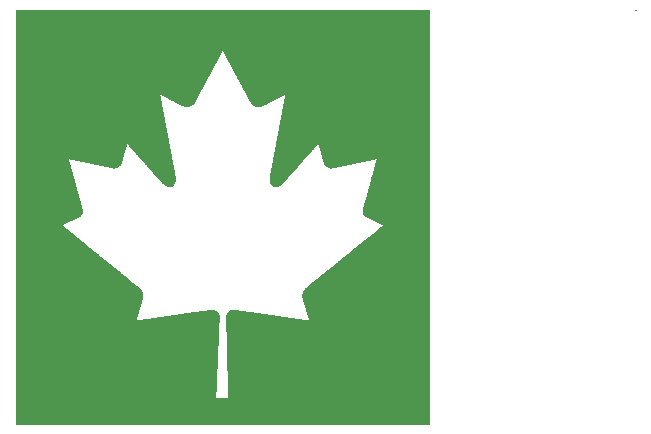
<source format=gbr>
G04 #@! TF.FileFunction,Legend,Top*
%FSLAX46Y46*%
G04 Gerber Fmt 4.6, Leading zero omitted, Abs format (unit mm)*
G04 Created by KiCad (PCBNEW 4.0.4-stable) date 07/06/18 22:55:52*
%MOMM*%
%LPD*%
G01*
G04 APERTURE LIST*
%ADD10C,0.100000*%
%ADD11C,0.010000*%
G04 APERTURE END LIST*
D10*
D11*
G36*
X153115695Y-100345695D02*
X118118057Y-100345695D01*
X118118057Y-83500288D01*
X121956071Y-83500288D01*
X121961146Y-83505064D01*
X121974835Y-83516773D01*
X121996030Y-83534498D01*
X122023621Y-83557320D01*
X122056499Y-83584322D01*
X122093555Y-83614586D01*
X122129570Y-83643861D01*
X122193256Y-83695521D01*
X122257689Y-83747793D01*
X122321865Y-83799863D01*
X122384781Y-83850917D01*
X122445433Y-83900139D01*
X122502819Y-83946716D01*
X122555935Y-83989833D01*
X122603777Y-84028676D01*
X122645343Y-84062431D01*
X122679628Y-84090283D01*
X122705630Y-84111418D01*
X122713801Y-84118064D01*
X122729944Y-84131188D01*
X122754582Y-84151204D01*
X122786507Y-84177131D01*
X122824509Y-84207987D01*
X122867379Y-84242791D01*
X122913909Y-84280560D01*
X122962889Y-84320314D01*
X123013110Y-84361070D01*
X123016852Y-84364106D01*
X123067014Y-84404822D01*
X123115936Y-84444551D01*
X123162424Y-84482320D01*
X123205282Y-84517159D01*
X123243314Y-84548095D01*
X123275325Y-84574155D01*
X123300119Y-84594368D01*
X123316502Y-84607763D01*
X123317445Y-84608536D01*
X123346896Y-84632651D01*
X123380623Y-84660174D01*
X123413177Y-84686662D01*
X123426793Y-84697709D01*
X123442577Y-84710509D01*
X123466889Y-84730237D01*
X123498560Y-84755945D01*
X123536418Y-84786680D01*
X123579292Y-84821493D01*
X123626012Y-84859434D01*
X123675407Y-84899550D01*
X123726307Y-84940893D01*
X123738549Y-84950837D01*
X123791582Y-84993912D01*
X123844976Y-85037275D01*
X123897309Y-85079770D01*
X123947158Y-85120242D01*
X123993099Y-85157536D01*
X124033710Y-85190496D01*
X124067568Y-85217968D01*
X124093249Y-85238796D01*
X124094711Y-85239981D01*
X124117911Y-85258798D01*
X124149596Y-85284510D01*
X124188552Y-85316133D01*
X124233567Y-85352681D01*
X124283425Y-85393169D01*
X124336915Y-85436611D01*
X124392822Y-85482023D01*
X124449934Y-85528418D01*
X124500861Y-85569795D01*
X124556342Y-85614871D01*
X124610384Y-85658775D01*
X124661961Y-85700673D01*
X124710045Y-85739730D01*
X124753611Y-85775113D01*
X124791631Y-85805987D01*
X124823078Y-85831520D01*
X124846926Y-85850876D01*
X124862148Y-85863222D01*
X124862606Y-85863594D01*
X124890561Y-85886278D01*
X124920297Y-85910462D01*
X124947366Y-85932524D01*
X124960174Y-85942989D01*
X124973521Y-85953899D01*
X124989206Y-85966696D01*
X125007909Y-85981933D01*
X125030312Y-86000163D01*
X125057094Y-86021938D01*
X125088939Y-86047814D01*
X125126525Y-86078342D01*
X125170534Y-86114075D01*
X125221648Y-86155568D01*
X125280546Y-86203372D01*
X125347909Y-86258042D01*
X125410013Y-86308438D01*
X125460014Y-86349020D01*
X125510228Y-86389785D01*
X125559157Y-86429518D01*
X125605302Y-86467000D01*
X125647164Y-86501014D01*
X125683245Y-86530343D01*
X125712046Y-86553770D01*
X125725560Y-86564772D01*
X125747320Y-86582483D01*
X125777513Y-86607037D01*
X125814871Y-86637403D01*
X125858123Y-86672548D01*
X125906000Y-86711442D01*
X125957232Y-86753052D01*
X126010550Y-86796348D01*
X126064683Y-86840297D01*
X126087971Y-86859202D01*
X126159811Y-86917516D01*
X126222681Y-86968551D01*
X126277316Y-87012902D01*
X126324448Y-87051165D01*
X126364812Y-87083937D01*
X126399141Y-87111812D01*
X126428169Y-87135387D01*
X126452629Y-87155258D01*
X126473255Y-87172020D01*
X126490781Y-87186270D01*
X126505940Y-87198603D01*
X126519466Y-87209615D01*
X126532093Y-87219902D01*
X126540984Y-87227150D01*
X126553751Y-87237540D01*
X126575298Y-87255053D01*
X126604701Y-87278939D01*
X126641035Y-87308448D01*
X126683378Y-87342828D01*
X126730803Y-87381331D01*
X126782388Y-87423205D01*
X126837208Y-87467699D01*
X126894338Y-87514065D01*
X126928389Y-87541697D01*
X126987839Y-87589943D01*
X127046582Y-87637624D01*
X127103552Y-87683875D01*
X127157685Y-87727830D01*
X127207917Y-87768626D01*
X127253183Y-87805398D01*
X127292418Y-87837281D01*
X127324558Y-87863411D01*
X127348538Y-87882922D01*
X127356409Y-87889333D01*
X127379607Y-87908223D01*
X127411800Y-87934410D01*
X127452278Y-87967319D01*
X127500331Y-88006372D01*
X127555250Y-88050993D01*
X127616324Y-88100606D01*
X127682843Y-88154634D01*
X127754099Y-88212501D01*
X127829380Y-88273631D01*
X127907979Y-88337446D01*
X127989183Y-88403371D01*
X128072285Y-88470830D01*
X128156574Y-88539245D01*
X128241339Y-88608041D01*
X128312424Y-88665727D01*
X128361856Y-88706013D01*
X128409622Y-88745273D01*
X128454577Y-88782542D01*
X128495580Y-88816857D01*
X128531484Y-88847257D01*
X128561146Y-88872777D01*
X128583423Y-88892455D01*
X128597170Y-88905328D01*
X128597703Y-88905867D01*
X128664128Y-88982187D01*
X128720541Y-89064978D01*
X128766678Y-89153138D01*
X128802275Y-89245569D01*
X128827069Y-89341173D01*
X128840796Y-89438848D01*
X128843192Y-89537497D01*
X128833992Y-89636019D01*
X128812933Y-89733316D01*
X128803675Y-89763924D01*
X128795990Y-89788063D01*
X128788924Y-89810963D01*
X128785275Y-89823285D01*
X128781136Y-89837272D01*
X128774178Y-89860269D01*
X128765291Y-89889350D01*
X128755365Y-89921592D01*
X128752917Y-89929508D01*
X128742646Y-89962804D01*
X128732973Y-89994353D01*
X128724870Y-90020974D01*
X128719308Y-90039489D01*
X128718574Y-90041981D01*
X128713647Y-90058453D01*
X128705979Y-90083680D01*
X128696541Y-90114481D01*
X128686305Y-90147677D01*
X128684207Y-90154453D01*
X128673924Y-90187748D01*
X128664235Y-90219296D01*
X128656113Y-90245917D01*
X128650530Y-90264433D01*
X128649792Y-90266925D01*
X128644436Y-90284882D01*
X128635750Y-90313716D01*
X128624059Y-90352357D01*
X128609690Y-90399733D01*
X128592967Y-90454771D01*
X128574216Y-90516399D01*
X128553763Y-90583546D01*
X128531933Y-90655140D01*
X128531226Y-90657454D01*
X128507214Y-90736172D01*
X128486590Y-90803798D01*
X128469095Y-90861192D01*
X128454466Y-90909213D01*
X128442442Y-90948722D01*
X128432762Y-90980577D01*
X128425164Y-91005640D01*
X128419386Y-91024769D01*
X128415168Y-91038824D01*
X128412448Y-91047983D01*
X128407503Y-91064456D01*
X128399819Y-91089683D01*
X128390370Y-91120485D01*
X128380129Y-91153682D01*
X128378032Y-91160456D01*
X128367753Y-91193750D01*
X128358073Y-91225297D01*
X128349966Y-91251918D01*
X128344401Y-91270434D01*
X128343666Y-91272928D01*
X128338740Y-91289401D01*
X128331076Y-91314629D01*
X128321645Y-91345432D01*
X128311416Y-91378629D01*
X128309322Y-91385400D01*
X128299279Y-91417966D01*
X128290059Y-91448077D01*
X128282554Y-91472807D01*
X128277653Y-91489234D01*
X128276961Y-91491624D01*
X128271927Y-91508447D01*
X128264535Y-91532237D01*
X128256313Y-91558084D01*
X128255637Y-91560184D01*
X128248547Y-91582419D01*
X128243250Y-91599547D01*
X128240675Y-91608545D01*
X128240566Y-91609159D01*
X128246011Y-91609747D01*
X128259536Y-91608364D01*
X128263998Y-91607691D01*
X128279262Y-91605522D01*
X128303620Y-91602370D01*
X128333749Y-91598655D01*
X128366326Y-91594795D01*
X128367105Y-91594704D01*
X128407975Y-91589921D01*
X128454494Y-91584405D01*
X128499904Y-91578959D01*
X128526440Y-91575739D01*
X128566506Y-91570877D01*
X128611455Y-91565471D01*
X128654892Y-91560290D01*
X128681083Y-91557193D01*
X128716192Y-91552998D01*
X128752245Y-91548578D01*
X128784380Y-91544535D01*
X128802928Y-91542119D01*
X128822892Y-91539486D01*
X128852741Y-91535593D01*
X128889964Y-91530765D01*
X128932049Y-91525327D01*
X128976484Y-91519605D01*
X128996630Y-91517018D01*
X129043366Y-91510998D01*
X129090800Y-91504848D01*
X129135913Y-91498961D01*
X129175689Y-91493733D01*
X129207108Y-91489557D01*
X129215326Y-91488450D01*
X129249494Y-91483832D01*
X129284329Y-91479136D01*
X129314962Y-91475017D01*
X129330923Y-91472879D01*
X129371332Y-91467454D01*
X129419324Y-91460974D01*
X129470099Y-91454088D01*
X129518860Y-91447448D01*
X129560808Y-91441703D01*
X129562116Y-91441524D01*
X129583414Y-91438573D01*
X129613940Y-91434315D01*
X129652080Y-91428976D01*
X129696219Y-91422785D01*
X129744742Y-91415968D01*
X129796034Y-91408753D01*
X129848480Y-91401369D01*
X129900467Y-91394041D01*
X129950378Y-91386999D01*
X129996599Y-91380469D01*
X130037516Y-91374678D01*
X130071513Y-91369855D01*
X130096975Y-91366228D01*
X130112289Y-91364022D01*
X130115105Y-91363605D01*
X130128420Y-91361617D01*
X130151572Y-91358190D01*
X130182033Y-91353698D01*
X130217272Y-91348513D01*
X130246323Y-91344246D01*
X130286999Y-91338272D01*
X130328177Y-91332217D01*
X130366281Y-91326605D01*
X130397737Y-91321965D01*
X130411907Y-91319869D01*
X130437671Y-91316063D01*
X130472226Y-91310975D01*
X130511994Y-91305130D01*
X130553401Y-91299054D01*
X130577491Y-91295524D01*
X130618854Y-91289438D01*
X130661370Y-91283133D01*
X130701249Y-91277174D01*
X130734696Y-91272128D01*
X130749324Y-91269893D01*
X130785862Y-91264319D01*
X130827172Y-91258094D01*
X130865679Y-91252357D01*
X130874293Y-91251086D01*
X130908407Y-91246056D01*
X130951887Y-91239623D01*
X131001739Y-91232233D01*
X131054969Y-91224329D01*
X131108583Y-91216358D01*
X131159587Y-91208762D01*
X131204988Y-91201987D01*
X131208586Y-91201449D01*
X131242584Y-91196373D01*
X131282169Y-91190472D01*
X131320567Y-91184755D01*
X131333555Y-91182824D01*
X131366339Y-91177917D01*
X131399677Y-91172872D01*
X131428432Y-91168468D01*
X131439779Y-91166704D01*
X131470852Y-91161894D01*
X131511385Y-91155724D01*
X131561896Y-91148117D01*
X131622902Y-91138995D01*
X131694920Y-91128282D01*
X131778466Y-91115900D01*
X131836556Y-91107310D01*
X131877626Y-91101231D01*
X131919086Y-91095077D01*
X131957464Y-91089364D01*
X131989287Y-91084608D01*
X132005265Y-91082208D01*
X132093261Y-91069025D01*
X132192408Y-91054338D01*
X132301472Y-91038328D01*
X132419220Y-91021172D01*
X132544421Y-91003052D01*
X132675841Y-90984146D01*
X132812247Y-90964635D01*
X132817565Y-90963876D01*
X132850581Y-90959215D01*
X132894032Y-90953155D01*
X132945964Y-90945962D01*
X133004428Y-90937905D01*
X133067472Y-90929249D01*
X133133143Y-90920262D01*
X133199492Y-90911212D01*
X133264565Y-90902365D01*
X133326413Y-90893989D01*
X133383084Y-90886352D01*
X133414293Y-90882167D01*
X133448466Y-90877595D01*
X133483304Y-90872934D01*
X133513939Y-90868834D01*
X133529890Y-90866698D01*
X133554451Y-90863435D01*
X133586756Y-90859178D01*
X133622153Y-90854540D01*
X133648611Y-90851090D01*
X133683218Y-90846570D01*
X133718317Y-90841955D01*
X133749257Y-90837856D01*
X133767331Y-90835436D01*
X133785928Y-90833012D01*
X133814600Y-90829386D01*
X133851013Y-90824846D01*
X133892835Y-90819682D01*
X133937733Y-90814185D01*
X133967282Y-90810592D01*
X134040631Y-90801698D01*
X134102794Y-90794160D01*
X134154990Y-90787828D01*
X134198440Y-90782555D01*
X134234363Y-90778193D01*
X134263979Y-90774594D01*
X134288508Y-90771610D01*
X134309170Y-90769091D01*
X134326569Y-90766967D01*
X134357154Y-90763407D01*
X134389868Y-90759873D01*
X134414047Y-90757473D01*
X134443163Y-90754488D01*
X134476155Y-90750694D01*
X134498401Y-90747888D01*
X134520895Y-90745069D01*
X134552115Y-90741391D01*
X134588359Y-90737281D01*
X134625922Y-90733162D01*
X134635868Y-90732097D01*
X134672553Y-90728113D01*
X134708348Y-90724080D01*
X134739757Y-90720403D01*
X134763281Y-90717485D01*
X134768279Y-90716817D01*
X134816516Y-90716098D01*
X134868444Y-90725950D01*
X134922821Y-90745467D01*
X134978403Y-90773738D01*
X135033947Y-90809855D01*
X135088210Y-90852908D01*
X135139950Y-90901989D01*
X135187924Y-90956188D01*
X135230888Y-91014597D01*
X135267600Y-91076306D01*
X135272331Y-91085474D01*
X135290245Y-91122700D01*
X135303284Y-91155232D01*
X135312044Y-91186206D01*
X135317120Y-91218759D01*
X135319106Y-91256028D01*
X135318600Y-91301150D01*
X135317726Y-91324644D01*
X135311780Y-91465495D01*
X135306348Y-91595152D01*
X135301376Y-91714906D01*
X135296811Y-91826048D01*
X135292600Y-91929869D01*
X135288690Y-92027658D01*
X135285926Y-92097725D01*
X135283731Y-92152688D01*
X135281547Y-92205461D01*
X135279451Y-92254321D01*
X135277520Y-92297540D01*
X135275831Y-92333394D01*
X135274461Y-92360156D01*
X135273511Y-92375782D01*
X135272178Y-92397525D01*
X135270652Y-92428360D01*
X135269084Y-92464886D01*
X135267625Y-92503701D01*
X135266993Y-92522620D01*
X135265655Y-92560638D01*
X135264138Y-92597394D01*
X135262588Y-92629701D01*
X135261153Y-92654375D01*
X135260494Y-92663211D01*
X135259344Y-92680020D01*
X135257841Y-92707068D01*
X135256094Y-92742104D01*
X135254212Y-92782877D01*
X135252305Y-92827139D01*
X135251096Y-92856913D01*
X135249237Y-92903497D01*
X135246984Y-92959429D01*
X135244462Y-93021573D01*
X135241802Y-93086791D01*
X135239129Y-93151945D01*
X135236573Y-93213898D01*
X135235829Y-93231821D01*
X135233330Y-93292159D01*
X135230668Y-93356663D01*
X135227973Y-93422195D01*
X135225373Y-93485618D01*
X135222997Y-93543795D01*
X135220974Y-93593588D01*
X135220442Y-93606729D01*
X135218534Y-93652519D01*
X135216583Y-93696724D01*
X135214702Y-93736986D01*
X135213002Y-93770951D01*
X135211597Y-93796263D01*
X135210914Y-93806679D01*
X135209923Y-93821052D01*
X135208948Y-93837425D01*
X135207934Y-93857123D01*
X135206825Y-93881474D01*
X135205566Y-93911803D01*
X135204102Y-93949436D01*
X135202378Y-93995701D01*
X135200338Y-94051921D01*
X135198161Y-94112854D01*
X135196733Y-94149750D01*
X135195093Y-94186941D01*
X135193435Y-94220278D01*
X135191956Y-94245612D01*
X135191849Y-94247196D01*
X135190687Y-94266810D01*
X135189156Y-94296503D01*
X135187372Y-94333864D01*
X135185445Y-94376485D01*
X135183490Y-94421955D01*
X135182324Y-94450271D01*
X135180432Y-94496855D01*
X135178149Y-94552788D01*
X135175605Y-94614932D01*
X135172927Y-94680150D01*
X135170246Y-94745305D01*
X135167688Y-94807258D01*
X135166947Y-94825179D01*
X135164468Y-94885079D01*
X135161835Y-94948757D01*
X135159173Y-95013161D01*
X135156608Y-95075241D01*
X135154267Y-95131947D01*
X135152276Y-95180227D01*
X135151715Y-95193838D01*
X135149782Y-95239321D01*
X135147784Y-95283749D01*
X135145845Y-95324572D01*
X135144087Y-95359235D01*
X135142634Y-95385186D01*
X135142082Y-95393789D01*
X135140817Y-95414660D01*
X135139188Y-95445466D01*
X135137316Y-95483655D01*
X135135326Y-95526673D01*
X135133340Y-95571969D01*
X135132426Y-95593740D01*
X135130585Y-95638240D01*
X135128350Y-95692226D01*
X135125845Y-95752697D01*
X135123194Y-95816655D01*
X135120522Y-95881097D01*
X135117953Y-95943024D01*
X135117020Y-95965523D01*
X135114518Y-96025900D01*
X135111864Y-96090136D01*
X135109182Y-96155188D01*
X135106598Y-96218015D01*
X135104237Y-96275573D01*
X135102224Y-96324821D01*
X135101588Y-96340431D01*
X135099671Y-96386794D01*
X135097722Y-96432508D01*
X135095857Y-96474950D01*
X135094193Y-96511496D01*
X135092846Y-96539525D01*
X135092315Y-96549754D01*
X135091417Y-96566742D01*
X135090534Y-96584494D01*
X135089608Y-96604449D01*
X135088579Y-96628043D01*
X135087386Y-96656711D01*
X135085971Y-96691891D01*
X135084275Y-96735018D01*
X135082237Y-96787529D01*
X135079797Y-96850860D01*
X135079363Y-96862178D01*
X135077871Y-96897790D01*
X135076161Y-96933572D01*
X135074450Y-96965204D01*
X135073047Y-96987147D01*
X135071878Y-97005954D01*
X135070342Y-97034854D01*
X135068554Y-97071451D01*
X135066629Y-97113351D01*
X135064681Y-97158159D01*
X135063610Y-97183973D01*
X135061758Y-97229347D01*
X135059517Y-97284165D01*
X135057012Y-97345385D01*
X135054367Y-97409964D01*
X135051707Y-97474861D01*
X135049156Y-97537032D01*
X135048259Y-97558881D01*
X135045776Y-97619475D01*
X135043137Y-97684120D01*
X135040467Y-97749730D01*
X135037891Y-97813221D01*
X135035534Y-97871507D01*
X135033523Y-97921506D01*
X135032906Y-97936913D01*
X135031035Y-97981824D01*
X135029119Y-98024336D01*
X135027269Y-98062293D01*
X135025593Y-98093537D01*
X135024198Y-98115914D01*
X135023466Y-98124948D01*
X135022381Y-98143865D01*
X135023116Y-98157277D01*
X135024374Y-98160877D01*
X135031096Y-98161490D01*
X135049411Y-98162075D01*
X135078415Y-98162625D01*
X135117202Y-98163135D01*
X135164871Y-98163596D01*
X135220515Y-98164003D01*
X135283231Y-98164349D01*
X135352115Y-98164626D01*
X135426262Y-98164828D01*
X135504769Y-98164949D01*
X135574178Y-98164982D01*
X136119877Y-98164982D01*
X136119934Y-98135302D01*
X136119766Y-98122000D01*
X136119264Y-98097920D01*
X136118472Y-98064776D01*
X136117432Y-98024279D01*
X136116188Y-97978144D01*
X136114785Y-97928083D01*
X136113776Y-97893174D01*
X136111984Y-97831109D01*
X136109905Y-97757585D01*
X136107566Y-97673637D01*
X136104995Y-97580297D01*
X136102220Y-97478600D01*
X136099269Y-97369580D01*
X136096170Y-97254271D01*
X136092951Y-97133706D01*
X136089640Y-97008920D01*
X136086265Y-96880947D01*
X136082853Y-96750821D01*
X136082253Y-96727836D01*
X136080578Y-96662679D01*
X136078713Y-96588422D01*
X136076742Y-96508454D01*
X136074745Y-96426171D01*
X136072807Y-96344962D01*
X136071008Y-96268222D01*
X136069655Y-96209213D01*
X136066955Y-96090717D01*
X136064348Y-95977845D01*
X136061853Y-95871312D01*
X136059487Y-95771835D01*
X136057267Y-95680129D01*
X136055212Y-95596911D01*
X136053338Y-95522896D01*
X136051663Y-95458800D01*
X136050205Y-95405339D01*
X136048982Y-95363229D01*
X136048371Y-95343801D01*
X136047447Y-95312691D01*
X136046375Y-95271730D01*
X136045216Y-95223561D01*
X136044030Y-95170828D01*
X136042880Y-95116175D01*
X136041827Y-95062246D01*
X136041717Y-95056372D01*
X136040480Y-94994854D01*
X136038913Y-94925224D01*
X136037125Y-94851858D01*
X136035226Y-94779133D01*
X136033324Y-94711426D01*
X136032038Y-94668967D01*
X136030644Y-94623932D01*
X136029235Y-94576815D01*
X136027791Y-94526803D01*
X136026290Y-94473083D01*
X136024712Y-94414839D01*
X136023036Y-94351259D01*
X136021241Y-94281529D01*
X136019307Y-94204834D01*
X136017212Y-94120362D01*
X136014937Y-94027297D01*
X136012459Y-93924827D01*
X136009759Y-93812136D01*
X136006816Y-93688413D01*
X136004291Y-93581735D01*
X136002434Y-93503112D01*
X136000474Y-93420185D01*
X135998465Y-93335209D01*
X135996461Y-93250443D01*
X135994515Y-93168144D01*
X135992681Y-93090568D01*
X135991011Y-93019973D01*
X135989559Y-92958616D01*
X135989001Y-92935019D01*
X135987553Y-92875632D01*
X135986047Y-92817062D01*
X135984535Y-92761182D01*
X135983072Y-92709866D01*
X135981712Y-92664990D01*
X135980508Y-92628426D01*
X135979515Y-92602049D01*
X135979321Y-92597602D01*
X135978619Y-92580957D01*
X135977864Y-92560620D01*
X135977040Y-92535983D01*
X135976133Y-92506437D01*
X135975127Y-92471376D01*
X135974007Y-92430191D01*
X135972757Y-92382275D01*
X135971363Y-92327020D01*
X135969809Y-92263818D01*
X135968080Y-92192062D01*
X135966161Y-92111143D01*
X135964036Y-92020455D01*
X135961691Y-91919389D01*
X135959109Y-91807338D01*
X135956277Y-91683694D01*
X135954816Y-91619718D01*
X135953375Y-91552443D01*
X135952175Y-91488031D01*
X135951228Y-91427723D01*
X135950545Y-91372761D01*
X135950137Y-91324387D01*
X135950014Y-91283841D01*
X135950189Y-91252367D01*
X135950673Y-91231204D01*
X135951250Y-91222807D01*
X135964338Y-91165126D01*
X135987549Y-91104367D01*
X136019504Y-91042346D01*
X136058829Y-90980880D01*
X136104146Y-90921784D01*
X136154078Y-90866875D01*
X136207250Y-90817970D01*
X136262285Y-90776885D01*
X136310208Y-90749116D01*
X136362737Y-90727414D01*
X136412045Y-90716606D01*
X136460219Y-90716272D01*
X136468341Y-90717213D01*
X136489073Y-90719805D01*
X136520037Y-90723462D01*
X136559037Y-90727938D01*
X136603877Y-90732988D01*
X136652362Y-90738367D01*
X136702295Y-90743830D01*
X136751481Y-90749132D01*
X136797723Y-90754028D01*
X136804084Y-90754693D01*
X136837017Y-90758277D01*
X136872377Y-90762358D01*
X136903264Y-90766137D01*
X136907184Y-90766641D01*
X136932764Y-90769897D01*
X136966110Y-90774051D01*
X137002580Y-90778529D01*
X137032153Y-90782110D01*
X137125092Y-90793294D01*
X137208176Y-90803321D01*
X137281005Y-90812143D01*
X137343181Y-90819711D01*
X137394304Y-90825977D01*
X137433976Y-90830892D01*
X137461796Y-90834406D01*
X137469545Y-90835413D01*
X137546613Y-90845567D01*
X137625323Y-90855951D01*
X137699833Y-90865795D01*
X137727304Y-90869429D01*
X137766665Y-90874628D01*
X137811389Y-90880522D01*
X137854454Y-90886185D01*
X137874143Y-90888769D01*
X137908064Y-90893266D01*
X137942105Y-90897861D01*
X137971708Y-90901936D01*
X137988168Y-90904266D01*
X138006601Y-90906886D01*
X138034892Y-90910851D01*
X138070519Y-90915809D01*
X138110959Y-90921410D01*
X138153689Y-90927303D01*
X138166249Y-90929030D01*
X138209208Y-90934973D01*
X138261386Y-90942254D01*
X138319630Y-90950430D01*
X138380790Y-90959057D01*
X138441715Y-90967692D01*
X138499253Y-90975892D01*
X138503666Y-90976523D01*
X138575460Y-90986791D01*
X138636083Y-90995460D01*
X138686732Y-91002698D01*
X138728607Y-91008677D01*
X138762907Y-91013568D01*
X138790831Y-91017541D01*
X138813577Y-91020767D01*
X138832345Y-91023416D01*
X138848333Y-91025660D01*
X138862740Y-91027668D01*
X138872325Y-91028997D01*
X138898794Y-91032769D01*
X138931917Y-91037643D01*
X138966006Y-91042777D01*
X138978549Y-91044701D01*
X139004848Y-91048699D01*
X139040300Y-91053999D01*
X139081692Y-91060124D01*
X139125807Y-91066599D01*
X139169127Y-91072904D01*
X139212765Y-91079254D01*
X139256872Y-91085722D01*
X139298232Y-91091835D01*
X139333631Y-91097116D01*
X139359705Y-91101068D01*
X139399839Y-91107200D01*
X139450041Y-91114808D01*
X139508019Y-91123547D01*
X139571477Y-91133071D01*
X139638121Y-91143037D01*
X139705658Y-91153099D01*
X139737737Y-91157864D01*
X139777978Y-91163842D01*
X139819310Y-91169992D01*
X139857813Y-91175730D01*
X139889565Y-91180471D01*
X139900197Y-91182063D01*
X139934200Y-91187142D01*
X139973791Y-91193027D01*
X140012193Y-91198711D01*
X140025166Y-91200625D01*
X140061927Y-91206093D01*
X140103053Y-91212295D01*
X140141455Y-91218160D01*
X140153260Y-91219984D01*
X140178222Y-91223830D01*
X140207844Y-91228340D01*
X140243255Y-91233683D01*
X140285585Y-91240028D01*
X140335963Y-91247544D01*
X140395519Y-91256400D01*
X140465381Y-91266764D01*
X140531292Y-91276529D01*
X140571534Y-91282490D01*
X140612866Y-91288617D01*
X140651369Y-91294328D01*
X140683121Y-91299042D01*
X140693752Y-91300623D01*
X140715466Y-91303832D01*
X140747673Y-91308566D01*
X140788500Y-91314551D01*
X140836072Y-91321513D01*
X140888517Y-91329179D01*
X140943960Y-91337274D01*
X141000529Y-91345525D01*
X141056349Y-91353659D01*
X141109546Y-91361402D01*
X141158248Y-91368480D01*
X141171759Y-91370441D01*
X141199562Y-91374451D01*
X141236057Y-91379681D01*
X141277561Y-91385603D01*
X141320391Y-91391694D01*
X141346716Y-91395425D01*
X141388467Y-91401336D01*
X141431241Y-91407396D01*
X141471356Y-91413084D01*
X141505129Y-91417877D01*
X141521673Y-91420227D01*
X141555753Y-91424978D01*
X141592236Y-91429914D01*
X141624835Y-91434187D01*
X141634146Y-91435367D01*
X141664352Y-91439327D01*
X141695684Y-91443721D01*
X141721410Y-91447603D01*
X141721624Y-91447638D01*
X141743016Y-91450848D01*
X141772712Y-91455009D01*
X141806609Y-91459558D01*
X141837221Y-91463506D01*
X141871395Y-91467898D01*
X141905047Y-91472365D01*
X141934076Y-91476353D01*
X141952817Y-91479071D01*
X141974206Y-91482167D01*
X142003897Y-91486246D01*
X142037789Y-91490756D01*
X142068414Y-91494713D01*
X142158191Y-91506158D01*
X142237220Y-91516303D01*
X142307156Y-91525362D01*
X142362091Y-91532551D01*
X142412766Y-91539210D01*
X142453682Y-91544556D01*
X142487467Y-91548920D01*
X142516751Y-91552630D01*
X142544162Y-91556018D01*
X142572330Y-91559412D01*
X142603883Y-91563143D01*
X142633900Y-91566658D01*
X142673576Y-91571336D01*
X142713210Y-91576082D01*
X142749313Y-91580475D01*
X142778400Y-91584090D01*
X142790111Y-91585590D01*
X142834693Y-91591269D01*
X142876904Y-91596395D01*
X142915014Y-91600781D01*
X142947296Y-91604240D01*
X142972020Y-91606585D01*
X142987459Y-91607629D01*
X142991958Y-91607407D01*
X142991113Y-91600947D01*
X142987176Y-91585100D01*
X142980818Y-91562394D01*
X142974329Y-91540640D01*
X142965165Y-91510551D01*
X142956439Y-91481712D01*
X142949380Y-91458184D01*
X142946330Y-91447885D01*
X142944040Y-91440126D01*
X142941098Y-91430283D01*
X142937209Y-91417384D01*
X142932075Y-91400456D01*
X142925400Y-91378527D01*
X142916886Y-91350624D01*
X142906237Y-91315776D01*
X142893157Y-91273008D01*
X142877348Y-91221350D01*
X142858514Y-91159828D01*
X142836358Y-91087471D01*
X142832876Y-91076101D01*
X142821635Y-91039316D01*
X142811342Y-91005496D01*
X142802686Y-90976915D01*
X142796358Y-90955848D01*
X142793134Y-90944884D01*
X142789378Y-90932117D01*
X142782786Y-90910213D01*
X142774207Y-90881978D01*
X142764489Y-90850214D01*
X142761900Y-90841784D01*
X142751686Y-90808477D01*
X142742055Y-90776920D01*
X142733974Y-90750295D01*
X142728413Y-90731785D01*
X142727680Y-90729312D01*
X142723202Y-90714352D01*
X142715810Y-90689929D01*
X142706260Y-90658525D01*
X142695307Y-90622623D01*
X142684457Y-90587159D01*
X142670023Y-90540045D01*
X142653563Y-90486320D01*
X142636714Y-90431323D01*
X142621110Y-90380391D01*
X142614584Y-90359090D01*
X142603005Y-90321229D01*
X142592127Y-90285542D01*
X142582705Y-90254513D01*
X142575494Y-90230624D01*
X142571415Y-90216938D01*
X142566530Y-90200561D01*
X142558540Y-90174136D01*
X142548024Y-90139556D01*
X142535560Y-90098715D01*
X142521729Y-90053506D01*
X142507109Y-90005822D01*
X142492279Y-89957558D01*
X142477818Y-89910605D01*
X142467257Y-89876397D01*
X142457514Y-89844726D01*
X142448713Y-89815832D01*
X142441726Y-89792597D01*
X142437426Y-89777905D01*
X142437013Y-89776421D01*
X142432678Y-89760872D01*
X142426280Y-89738258D01*
X142419338Y-89713936D01*
X142401953Y-89633198D01*
X142393904Y-89546758D01*
X142395049Y-89457056D01*
X142405240Y-89366530D01*
X142424335Y-89277619D01*
X142449986Y-89198438D01*
X142479169Y-89133150D01*
X142516782Y-89065859D01*
X142560376Y-89000284D01*
X142607504Y-88940141D01*
X142650330Y-88894295D01*
X142664157Y-88881674D01*
X142686389Y-88862350D01*
X142715691Y-88837442D01*
X142750724Y-88808070D01*
X142790151Y-88775357D01*
X142832634Y-88740421D01*
X142876835Y-88704383D01*
X142883838Y-88698703D01*
X142930699Y-88660710D01*
X142978284Y-88622113D01*
X143024845Y-88584334D01*
X143068629Y-88548792D01*
X143107887Y-88516910D01*
X143140868Y-88490107D01*
X143165019Y-88470459D01*
X143186360Y-88453091D01*
X143216270Y-88428768D01*
X143253613Y-88398410D01*
X143297257Y-88362938D01*
X143346067Y-88323273D01*
X143398909Y-88280336D01*
X143454649Y-88235050D01*
X143512154Y-88188333D01*
X143570290Y-88141109D01*
X143627922Y-88094297D01*
X143683917Y-88048820D01*
X143737141Y-88005597D01*
X143786460Y-87965551D01*
X143830740Y-87929601D01*
X143868848Y-87898670D01*
X143899649Y-87873679D01*
X143911710Y-87863897D01*
X143959433Y-87825198D01*
X144000453Y-87791931D01*
X144036899Y-87762366D01*
X144070902Y-87734774D01*
X144104594Y-87707425D01*
X144140105Y-87678591D01*
X144179566Y-87646540D01*
X144225107Y-87609545D01*
X144261624Y-87579878D01*
X144337858Y-87517943D01*
X144405011Y-87463386D01*
X144463704Y-87415704D01*
X144514555Y-87374395D01*
X144558183Y-87338955D01*
X144595207Y-87308882D01*
X144626247Y-87283673D01*
X144651922Y-87262826D01*
X144672850Y-87245837D01*
X144689650Y-87232205D01*
X144702943Y-87221426D01*
X144713346Y-87212998D01*
X144721479Y-87206417D01*
X144727961Y-87201182D01*
X144730010Y-87199529D01*
X144739260Y-87192040D01*
X144757395Y-87177329D01*
X144783601Y-87156056D01*
X144817066Y-87128881D01*
X144856977Y-87096464D01*
X144902521Y-87059467D01*
X144952886Y-87018548D01*
X145007257Y-86974369D01*
X145064824Y-86927589D01*
X145124772Y-86878870D01*
X145133036Y-86872153D01*
X145197015Y-86820157D01*
X145261533Y-86767730D01*
X145325424Y-86715818D01*
X145387520Y-86665369D01*
X145446656Y-86617331D01*
X145501664Y-86572651D01*
X145551380Y-86532277D01*
X145594635Y-86497156D01*
X145630265Y-86468235D01*
X145651907Y-86450676D01*
X145693545Y-86416884D01*
X145736705Y-86381822D01*
X145779100Y-86347352D01*
X145818443Y-86315334D01*
X145852447Y-86287627D01*
X145876852Y-86267706D01*
X145894552Y-86253265D01*
X145921032Y-86231698D01*
X145955371Y-86203754D01*
X145996645Y-86170185D01*
X146043932Y-86131740D01*
X146096310Y-86089168D01*
X146152856Y-86043219D01*
X146212648Y-85994644D01*
X146274763Y-85944191D01*
X146338278Y-85892612D01*
X146357983Y-85876613D01*
X146421453Y-85825079D01*
X146483595Y-85774624D01*
X146543514Y-85725973D01*
X146600313Y-85679857D01*
X146653093Y-85637003D01*
X146700959Y-85598139D01*
X146743013Y-85563994D01*
X146778358Y-85535296D01*
X146806098Y-85512773D01*
X146825335Y-85497154D01*
X146829742Y-85493576D01*
X146855788Y-85472435D01*
X146889050Y-85445447D01*
X146927035Y-85414633D01*
X146967252Y-85382015D01*
X147007208Y-85349615D01*
X147025837Y-85334511D01*
X147066102Y-85301850D01*
X147113019Y-85263764D01*
X147163550Y-85222720D01*
X147214659Y-85181186D01*
X147263309Y-85141630D01*
X147294521Y-85116236D01*
X147336662Y-85081941D01*
X147380727Y-85046081D01*
X147424345Y-85010585D01*
X147465147Y-84977382D01*
X147500762Y-84948400D01*
X147526446Y-84927500D01*
X147544986Y-84912421D01*
X147572306Y-84890213D01*
X147607483Y-84861625D01*
X147649597Y-84827406D01*
X147697724Y-84788304D01*
X147750943Y-84745068D01*
X147808334Y-84698447D01*
X147868972Y-84649191D01*
X147931938Y-84598047D01*
X147996310Y-84545765D01*
X148023962Y-84523307D01*
X148098886Y-84462456D01*
X148180394Y-84396253D01*
X148266578Y-84326249D01*
X148355527Y-84253996D01*
X148445333Y-84181044D01*
X148534086Y-84108944D01*
X148619877Y-84039248D01*
X148700797Y-83973505D01*
X148774936Y-83913268D01*
X148810809Y-83884121D01*
X148871699Y-83834652D01*
X148930724Y-83786712D01*
X148987025Y-83740999D01*
X149039739Y-83698210D01*
X149088008Y-83659044D01*
X149130971Y-83624199D01*
X149167767Y-83594372D01*
X149197536Y-83570262D01*
X149219418Y-83552566D01*
X149232552Y-83541983D01*
X149233379Y-83541321D01*
X149253256Y-83524948D01*
X149268773Y-83511283D01*
X149277763Y-83502281D01*
X149279139Y-83500050D01*
X149273844Y-83495599D01*
X149259605Y-83487415D01*
X149238888Y-83476854D01*
X149224465Y-83469983D01*
X149119571Y-83420959D01*
X149010634Y-83369576D01*
X148982337Y-83356153D01*
X148915604Y-83324512D01*
X148856981Y-83296829D01*
X148807532Y-83273604D01*
X148769890Y-83256066D01*
X148748647Y-83246166D01*
X148720178Y-83232813D01*
X148688545Y-83217918D01*
X148663666Y-83206163D01*
X148632428Y-83191406D01*
X148601101Y-83176661D01*
X148573747Y-83163836D01*
X148557442Y-83156236D01*
X148537483Y-83146913D01*
X148509697Y-83133844D01*
X148477541Y-83118660D01*
X148444470Y-83102990D01*
X148439537Y-83100648D01*
X148410711Y-83087006D01*
X148386222Y-83075518D01*
X148368127Y-83067138D01*
X148358480Y-83062823D01*
X148357458Y-83062448D01*
X148351541Y-83059907D01*
X148336365Y-83052911D01*
X148313943Y-83042401D01*
X148286286Y-83029316D01*
X148272287Y-83022657D01*
X148239320Y-83006983D01*
X148207200Y-82991776D01*
X148179123Y-82978544D01*
X148158285Y-82968797D01*
X148154416Y-82967005D01*
X148135229Y-82958086D01*
X148108303Y-82945484D01*
X148077193Y-82930867D01*
X148045452Y-82915902D01*
X148045068Y-82915720D01*
X148009451Y-82898913D01*
X147982052Y-82886084D01*
X147959793Y-82875860D01*
X147939598Y-82866872D01*
X147918388Y-82857747D01*
X147893087Y-82847115D01*
X147862846Y-82834531D01*
X147780380Y-82796286D01*
X147709733Y-82754767D01*
X147650544Y-82709488D01*
X147602452Y-82659964D01*
X147565094Y-82605707D01*
X147538108Y-82546233D01*
X147521132Y-82481053D01*
X147513804Y-82409684D01*
X147513815Y-82365745D01*
X147515710Y-82325404D01*
X147518810Y-82287563D01*
X147523536Y-82249149D01*
X147530315Y-82207090D01*
X147539570Y-82158315D01*
X147548322Y-82115806D01*
X147553103Y-82093230D01*
X147557536Y-82072734D01*
X147561954Y-82053031D01*
X147566687Y-82032834D01*
X147572068Y-82010856D01*
X147578428Y-81985810D01*
X147586099Y-81956410D01*
X147595412Y-81921369D01*
X147606698Y-81879400D01*
X147620290Y-81829215D01*
X147636518Y-81769529D01*
X147655380Y-81700283D01*
X147665798Y-81662101D01*
X147678915Y-81614108D01*
X147694562Y-81556916D01*
X147712573Y-81491133D01*
X147732780Y-81417371D01*
X147755015Y-81336239D01*
X147779111Y-81248348D01*
X147804900Y-81154307D01*
X147832214Y-81054727D01*
X147860887Y-80950217D01*
X147890750Y-80841389D01*
X147921635Y-80728851D01*
X147953376Y-80613214D01*
X147985804Y-80495088D01*
X148018753Y-80375084D01*
X148052053Y-80253811D01*
X148085539Y-80131879D01*
X148119042Y-80009899D01*
X148152394Y-79888480D01*
X148185429Y-79768233D01*
X148217978Y-79649768D01*
X148249874Y-79533694D01*
X148280949Y-79420623D01*
X148311036Y-79311164D01*
X148339968Y-79205926D01*
X148367575Y-79105522D01*
X148393692Y-79010559D01*
X148418150Y-78921649D01*
X148440782Y-78839401D01*
X148461420Y-78764427D01*
X148479897Y-78697334D01*
X148496045Y-78638735D01*
X148509696Y-78589239D01*
X148520683Y-78549456D01*
X148528839Y-78519995D01*
X148533995Y-78501468D01*
X148535880Y-78494822D01*
X148542122Y-78473380D01*
X148550673Y-78443219D01*
X148561164Y-78405695D01*
X148573230Y-78362161D01*
X148586502Y-78313973D01*
X148600613Y-78262485D01*
X148615196Y-78209051D01*
X148629883Y-78155027D01*
X148644308Y-78101767D01*
X148658102Y-78050625D01*
X148670898Y-78002956D01*
X148682330Y-77960116D01*
X148692029Y-77923458D01*
X148699628Y-77894337D01*
X148704760Y-77874107D01*
X148707058Y-77864125D01*
X148707132Y-77863310D01*
X148700482Y-77862941D01*
X148684504Y-77864927D01*
X148662059Y-77868870D01*
X148649946Y-77871315D01*
X148617422Y-77878136D01*
X148582325Y-77885492D01*
X148551579Y-77891929D01*
X148548069Y-77892664D01*
X148518445Y-77898884D01*
X148487367Y-77905447D01*
X148463715Y-77910473D01*
X148442502Y-77914969D01*
X148413071Y-77921163D01*
X148379440Y-77928210D01*
X148348118Y-77934748D01*
X148310870Y-77942527D01*
X148266842Y-77951752D01*
X148221479Y-77961281D01*
X148180227Y-77969971D01*
X148179410Y-77970143D01*
X148144711Y-77977457D01*
X148111956Y-77984343D01*
X148084245Y-77990150D01*
X148064681Y-77994228D01*
X148060689Y-77995052D01*
X148043906Y-77998548D01*
X148017797Y-78004035D01*
X147985258Y-78010901D01*
X147949185Y-78018533D01*
X147912475Y-78026316D01*
X147878023Y-78033637D01*
X147848727Y-78039883D01*
X147827481Y-78044441D01*
X147826372Y-78044681D01*
X147807500Y-78048692D01*
X147781872Y-78054052D01*
X147754978Y-78059613D01*
X147754515Y-78059708D01*
X147729838Y-78064816D01*
X147695024Y-78072077D01*
X147652158Y-78081054D01*
X147603326Y-78091308D01*
X147550617Y-78102400D01*
X147496116Y-78113891D01*
X147441909Y-78125342D01*
X147390085Y-78136315D01*
X147376483Y-78139200D01*
X147342286Y-78146443D01*
X147309978Y-78153263D01*
X147282752Y-78158988D01*
X147263802Y-78162944D01*
X147260886Y-78163546D01*
X147244542Y-78166947D01*
X147219075Y-78172293D01*
X147187583Y-78178931D01*
X147153167Y-78186209D01*
X147142165Y-78188540D01*
X147107470Y-78195884D01*
X147074717Y-78202795D01*
X147047008Y-78208620D01*
X147027442Y-78212707D01*
X147023444Y-78213534D01*
X147007100Y-78216933D01*
X146981631Y-78222275D01*
X146950138Y-78228905D01*
X146915721Y-78236174D01*
X146904724Y-78238501D01*
X146868195Y-78246205D01*
X146831835Y-78253822D01*
X146799379Y-78260572D01*
X146774563Y-78265678D01*
X146770382Y-78266526D01*
X146740109Y-78272733D01*
X146701251Y-78280827D01*
X146657437Y-78290040D01*
X146612293Y-78299608D01*
X146569447Y-78308765D01*
X146532940Y-78316655D01*
X146508552Y-78321884D01*
X146476485Y-78328644D01*
X146441308Y-78335976D01*
X146414219Y-78341563D01*
X146379823Y-78348675D01*
X146344914Y-78355987D01*
X146314060Y-78362539D01*
X146295499Y-78366557D01*
X146271110Y-78371822D01*
X146239042Y-78378611D01*
X146203865Y-78385963D01*
X146176778Y-78391557D01*
X146142385Y-78398646D01*
X146107479Y-78405894D01*
X146076626Y-78412352D01*
X146058057Y-78416282D01*
X145984176Y-78432009D01*
X145913914Y-78446868D01*
X145849562Y-78460380D01*
X145793412Y-78472061D01*
X145758131Y-78479316D01*
X145718698Y-78487438D01*
X145673855Y-78496777D01*
X145630406Y-78505913D01*
X145608168Y-78510635D01*
X145578015Y-78517045D01*
X145539035Y-78525293D01*
X145494635Y-78534661D01*
X145448219Y-78544430D01*
X145403193Y-78553881D01*
X145401968Y-78554138D01*
X145352171Y-78564581D01*
X145296310Y-78576309D01*
X145239205Y-78588307D01*
X145185680Y-78599563D01*
X145148906Y-78607304D01*
X145105190Y-78616507D01*
X145059761Y-78626061D01*
X145016260Y-78635200D01*
X144978330Y-78643160D01*
X144953746Y-78648311D01*
X144873524Y-78662084D01*
X144800275Y-78667947D01*
X144731247Y-78665840D01*
X144663688Y-78655704D01*
X144605396Y-78640741D01*
X144528303Y-78611372D01*
X144456772Y-78571920D01*
X144391919Y-78523414D01*
X144334859Y-78466882D01*
X144286706Y-78403353D01*
X144248576Y-78333855D01*
X144233911Y-78297996D01*
X144231086Y-78289008D01*
X144225402Y-78269968D01*
X144217427Y-78242840D01*
X144207727Y-78209591D01*
X144196871Y-78172186D01*
X144185426Y-78132590D01*
X144173958Y-78092770D01*
X144163035Y-78054689D01*
X144153225Y-78020315D01*
X144145095Y-77991612D01*
X144139212Y-77970546D01*
X144136521Y-77960579D01*
X144133740Y-77950455D01*
X144127924Y-77929770D01*
X144119486Y-77899977D01*
X144108839Y-77862527D01*
X144096397Y-77818872D01*
X144082571Y-77770463D01*
X144067774Y-77718753D01*
X144066346Y-77713764D01*
X144051560Y-77662132D01*
X144037767Y-77613938D01*
X144025368Y-77570584D01*
X144014764Y-77533473D01*
X144006354Y-77504006D01*
X144000540Y-77483586D01*
X143997722Y-77473614D01*
X143997608Y-77473198D01*
X143993479Y-77458406D01*
X143986399Y-77433425D01*
X143976891Y-77400074D01*
X143965476Y-77360168D01*
X143952678Y-77315526D01*
X143939018Y-77267964D01*
X143925020Y-77219299D01*
X143911205Y-77171347D01*
X143898096Y-77125927D01*
X143886215Y-77084853D01*
X143876085Y-77049945D01*
X143868228Y-77023017D01*
X143865558Y-77013936D01*
X143857425Y-76985972D01*
X143847362Y-76950768D01*
X143836740Y-76913139D01*
X143828257Y-76882719D01*
X143815477Y-76836902D01*
X143800847Y-76785021D01*
X143785534Y-76731165D01*
X143770699Y-76679420D01*
X143757509Y-76633874D01*
X143752616Y-76617159D01*
X143746390Y-76595290D01*
X143741099Y-76575542D01*
X143739401Y-76568675D01*
X143738051Y-76561706D01*
X143736956Y-76555782D01*
X143735443Y-76551546D01*
X143732839Y-76549639D01*
X143728472Y-76550705D01*
X143721667Y-76555386D01*
X143711753Y-76564325D01*
X143698055Y-76578163D01*
X143679902Y-76597544D01*
X143656619Y-76623109D01*
X143627535Y-76655501D01*
X143591976Y-76695363D01*
X143549269Y-76743337D01*
X143508610Y-76788992D01*
X143476218Y-76825332D01*
X143446340Y-76858832D01*
X143420032Y-76888308D01*
X143398353Y-76912576D01*
X143382359Y-76930453D01*
X143373108Y-76940754D01*
X143371366Y-76942668D01*
X143365210Y-76949446D01*
X143352268Y-76963829D01*
X143334079Y-76984103D01*
X143312181Y-77008553D01*
X143295659Y-77027022D01*
X143268230Y-77057700D01*
X143235411Y-77094406D01*
X143200143Y-77133852D01*
X143165366Y-77172750D01*
X143139448Y-77201739D01*
X143110834Y-77233765D01*
X143076191Y-77272570D01*
X143037798Y-77315602D01*
X142997934Y-77360304D01*
X142958878Y-77404123D01*
X142930702Y-77435752D01*
X142893788Y-77477178D01*
X142854264Y-77521493D01*
X142814418Y-77566135D01*
X142776539Y-77608539D01*
X142742917Y-77646143D01*
X142721378Y-77670202D01*
X142655034Y-77744261D01*
X142595507Y-77810739D01*
X142541264Y-77871351D01*
X142490771Y-77927813D01*
X142442495Y-77981839D01*
X142394902Y-78035146D01*
X142346460Y-78089450D01*
X142295634Y-78146465D01*
X142274613Y-78170055D01*
X142235111Y-78214366D01*
X142194864Y-78259468D01*
X142155429Y-78303620D01*
X142118365Y-78345078D01*
X142085231Y-78382098D01*
X142057585Y-78412936D01*
X142040296Y-78432175D01*
X142013658Y-78461833D01*
X141987700Y-78490857D01*
X141964499Y-78516915D01*
X141946132Y-78537677D01*
X141937196Y-78547887D01*
X141926896Y-78559619D01*
X141909244Y-78579557D01*
X141885226Y-78606598D01*
X141855828Y-78639640D01*
X141822034Y-78677578D01*
X141784829Y-78719310D01*
X141745199Y-78763732D01*
X141704129Y-78809740D01*
X141662603Y-78856231D01*
X141621608Y-78902103D01*
X141582127Y-78946250D01*
X141545148Y-78987571D01*
X141511653Y-79024962D01*
X141482629Y-79057319D01*
X141459061Y-79083539D01*
X141446338Y-79097650D01*
X141427397Y-79118690D01*
X141401811Y-79147226D01*
X141371229Y-79181410D01*
X141337304Y-79219394D01*
X141301688Y-79259330D01*
X141266032Y-79299369D01*
X141259135Y-79307122D01*
X141224234Y-79346329D01*
X141189556Y-79385231D01*
X141156642Y-79422105D01*
X141127030Y-79455228D01*
X141102259Y-79482878D01*
X141083868Y-79503332D01*
X141080489Y-79507073D01*
X141065326Y-79523923D01*
X141043131Y-79548702D01*
X141015169Y-79579993D01*
X140982704Y-79616380D01*
X140947001Y-79656443D01*
X140909323Y-79698768D01*
X140870935Y-79741936D01*
X140868644Y-79744515D01*
X140816626Y-79803033D01*
X140772142Y-79853015D01*
X140734434Y-79895269D01*
X140702740Y-79930607D01*
X140676300Y-79959838D01*
X140654356Y-79983772D01*
X140636146Y-80003220D01*
X140620911Y-80018992D01*
X140607890Y-80031897D01*
X140596325Y-80042746D01*
X140585454Y-80052349D01*
X140574518Y-80061516D01*
X140562756Y-80071057D01*
X140560910Y-80072541D01*
X140487248Y-80126350D01*
X140411078Y-80171799D01*
X140333750Y-80208404D01*
X140256613Y-80235682D01*
X140181019Y-80253150D01*
X140108318Y-80260322D01*
X140044809Y-80257371D01*
X139971741Y-80242511D01*
X139905404Y-80217213D01*
X139845954Y-80181666D01*
X139793550Y-80136062D01*
X139748349Y-80080591D01*
X139710508Y-80015443D01*
X139680186Y-79940809D01*
X139657539Y-79856879D01*
X139643739Y-79772633D01*
X139637884Y-79698904D01*
X139636645Y-79616953D01*
X139639931Y-79530135D01*
X139647649Y-79441806D01*
X139654082Y-79391476D01*
X139657799Y-79367395D01*
X139663090Y-79335514D01*
X139669482Y-79298449D01*
X139676503Y-79258818D01*
X139683680Y-79219238D01*
X139690541Y-79182324D01*
X139696611Y-79150693D01*
X139701420Y-79126962D01*
X139703759Y-79116544D01*
X139706001Y-79105975D01*
X139709988Y-79085797D01*
X139715199Y-79058690D01*
X139721114Y-79027335D01*
X139722540Y-79019693D01*
X139729322Y-78983320D01*
X139736241Y-78946279D01*
X139742496Y-78912858D01*
X139747285Y-78887343D01*
X139747366Y-78886913D01*
X139753468Y-78854430D01*
X139760253Y-78818201D01*
X139765508Y-78790062D01*
X139769452Y-78769050D01*
X139775226Y-78738472D01*
X139782319Y-78701035D01*
X139790216Y-78659448D01*
X139798406Y-78616418D01*
X139800144Y-78607294D01*
X139809750Y-78556866D01*
X139817670Y-78515165D01*
X139824573Y-78478644D01*
X139831125Y-78443756D01*
X139837993Y-78406954D01*
X139845845Y-78364692D01*
X139850101Y-78341735D01*
X139858344Y-78297346D01*
X139865807Y-78257374D01*
X139873121Y-78218462D01*
X139880922Y-78177255D01*
X139889840Y-78130398D01*
X139900197Y-78076175D01*
X139908426Y-78033057D01*
X139916485Y-77990676D01*
X139923856Y-77951775D01*
X139930019Y-77919095D01*
X139934454Y-77895379D01*
X139935108Y-77891845D01*
X139939169Y-77869878D01*
X139943284Y-77847726D01*
X139947831Y-77823372D01*
X139953188Y-77794799D01*
X139959733Y-77759991D01*
X139967844Y-77716931D01*
X139977866Y-77663777D01*
X139987729Y-77611480D01*
X139998089Y-77556532D01*
X140008582Y-77500864D01*
X140018845Y-77446407D01*
X140028515Y-77395092D01*
X140037226Y-77348849D01*
X140044616Y-77309610D01*
X140050321Y-77279304D01*
X140053222Y-77263875D01*
X140057089Y-77243371D01*
X140062786Y-77213265D01*
X140069805Y-77176231D01*
X140077640Y-77134944D01*
X140085785Y-77092076D01*
X140087573Y-77082670D01*
X140095739Y-77039550D01*
X140103707Y-76997168D01*
X140110964Y-76958265D01*
X140117001Y-76925585D01*
X140121305Y-76901870D01*
X140121931Y-76898340D01*
X140125817Y-76876820D01*
X140131548Y-76845770D01*
X140138612Y-76807931D01*
X140146497Y-76766046D01*
X140154689Y-76722857D01*
X140156376Y-76714010D01*
X140164545Y-76671158D01*
X140172515Y-76629294D01*
X140179776Y-76591093D01*
X140185821Y-76559228D01*
X140190142Y-76536373D01*
X140190813Y-76532805D01*
X140195050Y-76510278D01*
X140201240Y-76477401D01*
X140209018Y-76436105D01*
X140218020Y-76388320D01*
X140227884Y-76335979D01*
X140238244Y-76281010D01*
X140248737Y-76225346D01*
X140259000Y-76170916D01*
X140266169Y-76132903D01*
X140276218Y-76079608D01*
X140284324Y-76036575D01*
X140290865Y-76001789D01*
X140296219Y-75973231D01*
X140300764Y-75948887D01*
X140304878Y-75926738D01*
X140308927Y-75904834D01*
X140312940Y-75883314D01*
X140318789Y-75852263D01*
X140325952Y-75814423D01*
X140333912Y-75772536D01*
X140342148Y-75729346D01*
X140343838Y-75720505D01*
X140354453Y-75664927D01*
X140363334Y-75618265D01*
X140371113Y-75577163D01*
X140378423Y-75538267D01*
X140385898Y-75498220D01*
X140393934Y-75454945D01*
X140401090Y-75416371D01*
X140407511Y-75381859D01*
X140413650Y-75349001D01*
X140419959Y-75315387D01*
X140426891Y-75278610D01*
X140434899Y-75236259D01*
X140444437Y-75185927D01*
X140453263Y-75139398D01*
X140462561Y-75090353D01*
X140471531Y-75042944D01*
X140479787Y-74999224D01*
X140486942Y-74961244D01*
X140492609Y-74931058D01*
X140496401Y-74910718D01*
X140496865Y-74908205D01*
X140501845Y-74881358D01*
X140508178Y-74847520D01*
X140514872Y-74811974D01*
X140518540Y-74792608D01*
X140522720Y-74770558D01*
X140526959Y-74748130D01*
X140531535Y-74723825D01*
X140536730Y-74696146D01*
X140542823Y-74663595D01*
X140550095Y-74624675D01*
X140558827Y-74577887D01*
X140569299Y-74521735D01*
X140581122Y-74458315D01*
X140588006Y-74421576D01*
X140594555Y-74386983D01*
X140600232Y-74357343D01*
X140604501Y-74335464D01*
X140606191Y-74327098D01*
X140609716Y-74309361D01*
X140614717Y-74283166D01*
X140620468Y-74252353D01*
X140625092Y-74227122D01*
X140633694Y-74179890D01*
X140640475Y-74143024D01*
X140645804Y-74114588D01*
X140650047Y-74092646D01*
X140653572Y-74075259D01*
X140656516Y-74061538D01*
X140660985Y-74040037D01*
X140664719Y-74020077D01*
X140665102Y-74017799D01*
X140667599Y-74003507D01*
X140672117Y-73978601D01*
X140678349Y-73944745D01*
X140685984Y-73903603D01*
X140694715Y-73856837D01*
X140704232Y-73806112D01*
X140714226Y-73753091D01*
X140715568Y-73745991D01*
X140722964Y-73706782D01*
X140731190Y-73663039D01*
X140739073Y-73620996D01*
X140743740Y-73596028D01*
X140750702Y-73558860D01*
X140758839Y-73515650D01*
X140766976Y-73472630D01*
X140772024Y-73446064D01*
X140779234Y-73408044D01*
X140787630Y-73363485D01*
X140796133Y-73318138D01*
X140803155Y-73280480D01*
X140809912Y-73244289D01*
X140816715Y-73208159D01*
X140822826Y-73175994D01*
X140827506Y-73151696D01*
X140827982Y-73149262D01*
X140833296Y-73121591D01*
X140839577Y-73088052D01*
X140845621Y-73055086D01*
X140846667Y-73049287D01*
X140851978Y-73020159D01*
X140857228Y-72992062D01*
X140861501Y-72969873D01*
X140862490Y-72964933D01*
X140865579Y-72949198D01*
X140870406Y-72923982D01*
X140876439Y-72892092D01*
X140883144Y-72856334D01*
X140887358Y-72833715D01*
X140894219Y-72796974D01*
X140900743Y-72762379D01*
X140906396Y-72732739D01*
X140910644Y-72710861D01*
X140912322Y-72702497D01*
X140916156Y-72683150D01*
X140921254Y-72656375D01*
X140926691Y-72627047D01*
X140928312Y-72618143D01*
X140933497Y-72589776D01*
X140939748Y-72556005D01*
X140946579Y-72519411D01*
X140953503Y-72482573D01*
X140960034Y-72448072D01*
X140965686Y-72418488D01*
X140969971Y-72396400D01*
X140972189Y-72385388D01*
X140973105Y-72374534D01*
X140971386Y-72371329D01*
X140964722Y-72374082D01*
X140949258Y-72381598D01*
X140927223Y-72392766D01*
X140900844Y-72406472D01*
X140897847Y-72408048D01*
X140866332Y-72424577D01*
X140827935Y-72444625D01*
X140786884Y-72465989D01*
X140747408Y-72486464D01*
X140735929Y-72492402D01*
X140668297Y-72527360D01*
X140610479Y-72557252D01*
X140561187Y-72582744D01*
X140519131Y-72604504D01*
X140483023Y-72623199D01*
X140451573Y-72639496D01*
X140423493Y-72654062D01*
X140397493Y-72667566D01*
X140384453Y-72674344D01*
X140351057Y-72691696D01*
X140310927Y-72712527D01*
X140268427Y-72734571D01*
X140227922Y-72755566D01*
X140215745Y-72761874D01*
X140177637Y-72781623D01*
X140136844Y-72802786D01*
X140097458Y-72823239D01*
X140063571Y-72840857D01*
X140053285Y-72846212D01*
X140026810Y-72859951D01*
X139992024Y-72877931D01*
X139951738Y-72898702D01*
X139908766Y-72920814D01*
X139865923Y-72942817D01*
X139853334Y-72949272D01*
X139814152Y-72969404D01*
X139776845Y-72988659D01*
X139743473Y-73005968D01*
X139716098Y-73020259D01*
X139696780Y-73030463D01*
X139690874Y-73033650D01*
X139676867Y-73041124D01*
X139653591Y-73053315D01*
X139622909Y-73069256D01*
X139586683Y-73087983D01*
X139546775Y-73108531D01*
X139509668Y-73127567D01*
X139464829Y-73150607D01*
X139419082Y-73174249D01*
X139374996Y-73197156D01*
X139335145Y-73217987D01*
X139302098Y-73235406D01*
X139284724Y-73244672D01*
X139228628Y-73274034D01*
X139166260Y-73305348D01*
X139102969Y-73335976D01*
X139044108Y-73363281D01*
X139043690Y-73363470D01*
X139020910Y-73372778D01*
X138989446Y-73384337D01*
X138952654Y-73397040D01*
X138913886Y-73409780D01*
X138876497Y-73421449D01*
X138843840Y-73430941D01*
X138822900Y-73436335D01*
X138719194Y-73455466D01*
X138621047Y-73463444D01*
X138528351Y-73460255D01*
X138441003Y-73445887D01*
X138358896Y-73420327D01*
X138281927Y-73383563D01*
X138253727Y-73366473D01*
X138188413Y-73318602D01*
X138128582Y-73262302D01*
X138073340Y-73196538D01*
X138021791Y-73120272D01*
X137985003Y-73055536D01*
X137974114Y-73035079D01*
X137958405Y-73005675D01*
X137938979Y-72969382D01*
X137916938Y-72928258D01*
X137893385Y-72884361D01*
X137869421Y-72839748D01*
X137867858Y-72836839D01*
X137844286Y-72792982D01*
X137821389Y-72750370D01*
X137800190Y-72710910D01*
X137781716Y-72676514D01*
X137766991Y-72649088D01*
X137757042Y-72630543D01*
X137756257Y-72629078D01*
X137740346Y-72599386D01*
X137722550Y-72566174D01*
X137707709Y-72538475D01*
X137697325Y-72519096D01*
X137682349Y-72491150D01*
X137664093Y-72457084D01*
X137643867Y-72419345D01*
X137622984Y-72380380D01*
X137618133Y-72371329D01*
X137596496Y-72330923D01*
X137574480Y-72289747D01*
X137553604Y-72250644D01*
X137535384Y-72216455D01*
X137521336Y-72190023D01*
X137519734Y-72186999D01*
X137505221Y-72159745D01*
X137491767Y-72134743D01*
X137481090Y-72115171D01*
X137475825Y-72105769D01*
X137468225Y-72092142D01*
X137456691Y-72070929D01*
X137443102Y-72045605D01*
X137435226Y-72030788D01*
X137410598Y-71984379D01*
X137386997Y-71940118D01*
X137362441Y-71894301D01*
X137334946Y-71843224D01*
X137318147Y-71812091D01*
X137299681Y-71777804D01*
X137280014Y-71741137D01*
X137261599Y-71706671D01*
X137247885Y-71680874D01*
X137216548Y-71621819D01*
X137189343Y-71570832D01*
X137166827Y-71528951D01*
X137150903Y-71499668D01*
X137129989Y-71461223D01*
X137103954Y-71412810D01*
X137072538Y-71353945D01*
X137060316Y-71330960D01*
X137046365Y-71304858D01*
X137033411Y-71280901D01*
X137023338Y-71262559D01*
X137019625Y-71255978D01*
X137012277Y-71242775D01*
X137000838Y-71221683D01*
X136987023Y-71195881D01*
X136975815Y-71174748D01*
X136960420Y-71145679D01*
X136945205Y-71117095D01*
X136932274Y-71092939D01*
X136925839Y-71081021D01*
X136918228Y-71066915D01*
X136905752Y-71043678D01*
X136889427Y-71013205D01*
X136870268Y-70977392D01*
X136849290Y-70938135D01*
X136832169Y-70906064D01*
X136802006Y-70849553D01*
X136777009Y-70802751D01*
X136756468Y-70764336D01*
X136739674Y-70732986D01*
X136725920Y-70707382D01*
X136714495Y-70686200D01*
X136704691Y-70668119D01*
X136695799Y-70651819D01*
X136694736Y-70649877D01*
X136685907Y-70633705D01*
X136676253Y-70615914D01*
X136665065Y-70595183D01*
X136651634Y-70570192D01*
X136635252Y-70539619D01*
X136615209Y-70502142D01*
X136590796Y-70456439D01*
X136561305Y-70401190D01*
X136557303Y-70393690D01*
X136535608Y-70353057D01*
X136514933Y-70314375D01*
X136496293Y-70279542D01*
X136480703Y-70250452D01*
X136469179Y-70229002D01*
X136463632Y-70218734D01*
X136453465Y-70199861D01*
X136439581Y-70173872D01*
X136424081Y-70144706D01*
X136413657Y-70125007D01*
X136399180Y-70097743D01*
X136385755Y-70072735D01*
X136375098Y-70053162D01*
X136369847Y-70043777D01*
X136362247Y-70030150D01*
X136350712Y-70008937D01*
X136337123Y-69983613D01*
X136329245Y-69968795D01*
X136313743Y-69939608D01*
X136297720Y-69909571D01*
X136283800Y-69883599D01*
X136279203Y-69875068D01*
X136266304Y-69851122D01*
X136250557Y-69821787D01*
X136234990Y-69792706D01*
X136232258Y-69787590D01*
X136216757Y-69758575D01*
X136200201Y-69727606D01*
X136185789Y-69700673D01*
X136183815Y-69696987D01*
X136169662Y-69670548D01*
X136153104Y-69639597D01*
X136137623Y-69610644D01*
X136137016Y-69609508D01*
X136122024Y-69581482D01*
X136106134Y-69551820D01*
X136092621Y-69526632D01*
X136091827Y-69525154D01*
X136083727Y-69510080D01*
X136070655Y-69485752D01*
X136053554Y-69453927D01*
X136033366Y-69416358D01*
X136011036Y-69374803D01*
X135987505Y-69331015D01*
X135981025Y-69318955D01*
X135952635Y-69266120D01*
X135920314Y-69205962D01*
X135886043Y-69142168D01*
X135851803Y-69078427D01*
X135819574Y-69018424D01*
X135796408Y-68975290D01*
X135771585Y-68929084D01*
X135747053Y-68883454D01*
X135723872Y-68840369D01*
X135703104Y-68801800D01*
X135685808Y-68769715D01*
X135673045Y-68746086D01*
X135670276Y-68740972D01*
X135656251Y-68714619D01*
X135643934Y-68690604D01*
X135634934Y-68672111D01*
X135631464Y-68664145D01*
X135625050Y-68652432D01*
X135618886Y-68648659D01*
X135618842Y-68648673D01*
X135613251Y-68654785D01*
X135603800Y-68669201D01*
X135592307Y-68689093D01*
X135589506Y-68694258D01*
X135579004Y-68713887D01*
X135564045Y-68741879D01*
X135546050Y-68775569D01*
X135526445Y-68812293D01*
X135507820Y-68847196D01*
X135486804Y-68886518D01*
X135464911Y-68927360D01*
X135443909Y-68966431D01*
X135425566Y-69000442D01*
X135413800Y-69022153D01*
X135396033Y-69055056D01*
X135375298Y-69093814D01*
X135354389Y-69133190D01*
X135338822Y-69162743D01*
X135324034Y-69190806D01*
X135311107Y-69215052D01*
X135301249Y-69233234D01*
X135295670Y-69243105D01*
X135295112Y-69243973D01*
X135290629Y-69251657D01*
X135281626Y-69268044D01*
X135269387Y-69290769D01*
X135255196Y-69317468D01*
X135254410Y-69318955D01*
X135240007Y-69346142D01*
X135221284Y-69381341D01*
X135199839Y-69421560D01*
X135177268Y-69463802D01*
X135155169Y-69505074D01*
X135152778Y-69509533D01*
X135131850Y-69548562D01*
X135111206Y-69587065D01*
X135092176Y-69622561D01*
X135076091Y-69652569D01*
X135064282Y-69674608D01*
X135062335Y-69678242D01*
X135047323Y-69706258D01*
X135031422Y-69735912D01*
X135017908Y-69761099D01*
X135017105Y-69762596D01*
X135007277Y-69780926D01*
X134993056Y-69807485D01*
X134975937Y-69839478D01*
X134957416Y-69874112D01*
X134945214Y-69896938D01*
X134925112Y-69934512D01*
X134901167Y-69979203D01*
X134875465Y-70027124D01*
X134850090Y-70074389D01*
X134829601Y-70112510D01*
X134808393Y-70151965D01*
X134787030Y-70191752D01*
X134766993Y-70229109D01*
X134749763Y-70261276D01*
X134736819Y-70285491D01*
X134735766Y-70287467D01*
X134720574Y-70315877D01*
X134701890Y-70350696D01*
X134682174Y-70387342D01*
X134665267Y-70418684D01*
X134640665Y-70464227D01*
X134620849Y-70500954D01*
X134604650Y-70531040D01*
X134590903Y-70556657D01*
X134578441Y-70579980D01*
X134566097Y-70603181D01*
X134554586Y-70624884D01*
X134542240Y-70648103D01*
X134525451Y-70679565D01*
X134505695Y-70716510D01*
X134484450Y-70756175D01*
X134463191Y-70795798D01*
X134461020Y-70799841D01*
X134439538Y-70839875D01*
X134417625Y-70880782D01*
X134396840Y-70919644D01*
X134378743Y-70953544D01*
X134364896Y-70979565D01*
X134364111Y-70981046D01*
X134347587Y-71011941D01*
X134330160Y-71044108D01*
X134314414Y-71072793D01*
X134306898Y-71086267D01*
X134295577Y-71106646D01*
X134287117Y-71122402D01*
X134283005Y-71130753D01*
X134282829Y-71131346D01*
X134280023Y-71137438D01*
X134272412Y-71152176D01*
X134261206Y-71173251D01*
X134249536Y-71194833D01*
X134231290Y-71228512D01*
X134210604Y-71266956D01*
X134190861Y-71303870D01*
X134183101Y-71318463D01*
X134168571Y-71345713D01*
X134155105Y-71370711D01*
X134144418Y-71390284D01*
X134139146Y-71399693D01*
X134131546Y-71413320D01*
X134120012Y-71434533D01*
X134106423Y-71459857D01*
X134098547Y-71474675D01*
X134082456Y-71504995D01*
X134065285Y-71537258D01*
X134049949Y-71565985D01*
X134045309Y-71574650D01*
X134030387Y-71602485D01*
X134011170Y-71638338D01*
X133989266Y-71679210D01*
X133966281Y-71722103D01*
X133943822Y-71764019D01*
X133923496Y-71801958D01*
X133907190Y-71832399D01*
X133891284Y-71862084D01*
X133873482Y-71895287D01*
X133858613Y-71923002D01*
X133848509Y-71941853D01*
X133833746Y-71969436D01*
X133815549Y-72003455D01*
X133795147Y-72041618D01*
X133773764Y-72081631D01*
X133764207Y-72099521D01*
X133742844Y-72139496D01*
X133721967Y-72178531D01*
X133702787Y-72214362D01*
X133686516Y-72244724D01*
X133674367Y-72267355D01*
X133670532Y-72274478D01*
X133658792Y-72296288D01*
X133643000Y-72325677D01*
X133625001Y-72359205D01*
X133606644Y-72393434D01*
X133601747Y-72402571D01*
X133583621Y-72436386D01*
X133565349Y-72470451D01*
X133548776Y-72501329D01*
X133535748Y-72525582D01*
X133533014Y-72530665D01*
X133519532Y-72555753D01*
X133501166Y-72589975D01*
X133478925Y-72631445D01*
X133453819Y-72678280D01*
X133426861Y-72728594D01*
X133399060Y-72780501D01*
X133393987Y-72789976D01*
X133378978Y-72817994D01*
X133363080Y-72847649D01*
X133349567Y-72872836D01*
X133348765Y-72874330D01*
X133338940Y-72892665D01*
X133324728Y-72919230D01*
X133307624Y-72951231D01*
X133289124Y-72985872D01*
X133276954Y-73008672D01*
X133243013Y-73070647D01*
X133212366Y-73122874D01*
X133183749Y-73167241D01*
X133155900Y-73205637D01*
X133127555Y-73239950D01*
X133108248Y-73260979D01*
X133046364Y-73319636D01*
X132982766Y-73367008D01*
X132915344Y-73404215D01*
X132841987Y-73432378D01*
X132760586Y-73452617D01*
X132740230Y-73456315D01*
X132669070Y-73463419D01*
X132590380Y-73462088D01*
X132505617Y-73452572D01*
X132416236Y-73435122D01*
X132323692Y-73409987D01*
X132229442Y-73377419D01*
X132189822Y-73361635D01*
X132172308Y-73353945D01*
X132147789Y-73342598D01*
X132118511Y-73328696D01*
X132086716Y-73313339D01*
X132054648Y-73297627D01*
X132024552Y-73282661D01*
X131998671Y-73269542D01*
X131979250Y-73259371D01*
X131968531Y-73253248D01*
X131967774Y-73252717D01*
X131960712Y-73248690D01*
X131944071Y-73239796D01*
X131919402Y-73226846D01*
X131888260Y-73210651D01*
X131852197Y-73192022D01*
X131817811Y-73174357D01*
X131775620Y-73152702D01*
X131734143Y-73131352D01*
X131695610Y-73111460D01*
X131662248Y-73094177D01*
X131636286Y-73080655D01*
X131624109Y-73074255D01*
X131602391Y-73062847D01*
X131572349Y-73047182D01*
X131536776Y-73028712D01*
X131498465Y-73008887D01*
X131461649Y-72989898D01*
X131383469Y-72949597D01*
X131307365Y-72910252D01*
X131229367Y-72869808D01*
X131145509Y-72826209D01*
X131117983Y-72811878D01*
X131086527Y-72795531D01*
X131047705Y-72775411D01*
X131005269Y-72753459D01*
X130962967Y-72731615D01*
X130936778Y-72718114D01*
X130895579Y-72696870D01*
X130850748Y-72673714D01*
X130806369Y-72650758D01*
X130766527Y-72630114D01*
X130746200Y-72619561D01*
X130709028Y-72600244D01*
X130668492Y-72579179D01*
X130629252Y-72558790D01*
X130595969Y-72541496D01*
X130593112Y-72540012D01*
X130523966Y-72504123D01*
X130465086Y-72473656D01*
X130415672Y-72448223D01*
X130374928Y-72427436D01*
X130342054Y-72410907D01*
X130316252Y-72398249D01*
X130296723Y-72389073D01*
X130282670Y-72382991D01*
X130273293Y-72379616D01*
X130267794Y-72378559D01*
X130265375Y-72379432D01*
X130265068Y-72380610D01*
X130266234Y-72391427D01*
X130269303Y-72410500D01*
X130273631Y-72433851D01*
X130273983Y-72435639D01*
X130278633Y-72459489D01*
X130284603Y-72490634D01*
X130291369Y-72526280D01*
X130298408Y-72563635D01*
X130305193Y-72599907D01*
X130311202Y-72632304D01*
X130315910Y-72658032D01*
X130318793Y-72674301D01*
X130318806Y-72674379D01*
X130322156Y-72692575D01*
X130326613Y-72714907D01*
X130327938Y-72721243D01*
X130329929Y-72730821D01*
X130332307Y-72742700D01*
X130335315Y-72758161D01*
X130339194Y-72778487D01*
X130344187Y-72804959D01*
X130350535Y-72838859D01*
X130358480Y-72881469D01*
X130368264Y-72934069D01*
X130377481Y-72983678D01*
X130383854Y-73017714D01*
X130390443Y-73052430D01*
X130396329Y-73083012D01*
X130399518Y-73099275D01*
X130405019Y-73127673D01*
X130411358Y-73161454D01*
X130417235Y-73193689D01*
X130417670Y-73196126D01*
X130428996Y-73259047D01*
X130440117Y-73319325D01*
X130452048Y-73382403D01*
X130461895Y-73433567D01*
X130468939Y-73470121D01*
X130476102Y-73507549D01*
X130482552Y-73541493D01*
X130487457Y-73567595D01*
X130487515Y-73567909D01*
X130493324Y-73599113D01*
X130498888Y-73628909D01*
X130504567Y-73659209D01*
X130510721Y-73691925D01*
X130517711Y-73728968D01*
X130525898Y-73772250D01*
X130535640Y-73823683D01*
X130547299Y-73885179D01*
X130549343Y-73895954D01*
X130559114Y-73947535D01*
X130568985Y-73999765D01*
X130578474Y-74050078D01*
X130587096Y-74095906D01*
X130594368Y-74134680D01*
X130599806Y-74163833D01*
X130599955Y-74164638D01*
X130606667Y-74200803D01*
X130613467Y-74237433D01*
X130619575Y-74270321D01*
X130624209Y-74295258D01*
X130624320Y-74295855D01*
X130628165Y-74316356D01*
X130633855Y-74346457D01*
X130640882Y-74383485D01*
X130648739Y-74424766D01*
X130656918Y-74467628D01*
X130658721Y-74477061D01*
X130670745Y-74540035D01*
X130680904Y-74593453D01*
X130689708Y-74640028D01*
X130697671Y-74682470D01*
X130705303Y-74723494D01*
X130708265Y-74739496D01*
X130724325Y-74825987D01*
X130741748Y-74919089D01*
X130759471Y-75013152D01*
X130776434Y-75102527D01*
X130777508Y-75108155D01*
X130785673Y-75151008D01*
X130793636Y-75192872D01*
X130800889Y-75231073D01*
X130806924Y-75262938D01*
X130811234Y-75285792D01*
X130811903Y-75289361D01*
X130815751Y-75309869D01*
X130821411Y-75339982D01*
X130828379Y-75377024D01*
X130836154Y-75418320D01*
X130844231Y-75461194D01*
X130845997Y-75470566D01*
X130854712Y-75516833D01*
X130863835Y-75565305D01*
X130872690Y-75612398D01*
X130880605Y-75654527D01*
X130886904Y-75688109D01*
X130887120Y-75689262D01*
X130893938Y-75725631D01*
X130900886Y-75762668D01*
X130907161Y-75796087D01*
X130911958Y-75821603D01*
X130912040Y-75822042D01*
X130918138Y-75854525D01*
X130924912Y-75890754D01*
X130930154Y-75918893D01*
X130935922Y-75949878D01*
X130942720Y-75986288D01*
X130950153Y-76026027D01*
X130957829Y-76066998D01*
X130965353Y-76107103D01*
X130972332Y-76144246D01*
X130978373Y-76176329D01*
X130983081Y-76201256D01*
X130986064Y-76216930D01*
X130986734Y-76220382D01*
X130990354Y-76239003D01*
X130995821Y-76267533D01*
X131002687Y-76303599D01*
X131010501Y-76344825D01*
X131018817Y-76388836D01*
X131027185Y-76433258D01*
X131035157Y-76475716D01*
X131042284Y-76513836D01*
X131048118Y-76545243D01*
X131048706Y-76548426D01*
X131052719Y-76569946D01*
X131058567Y-76600998D01*
X131065731Y-76638838D01*
X131073690Y-76680724D01*
X131081927Y-76723914D01*
X131083617Y-76732756D01*
X131092772Y-76780660D01*
X131100391Y-76820607D01*
X131107035Y-76855570D01*
X131113265Y-76888521D01*
X131119642Y-76922435D01*
X131126726Y-76960285D01*
X131135078Y-77005046D01*
X131143139Y-77048303D01*
X131149957Y-77084888D01*
X131156838Y-77121797D01*
X131163028Y-77154982D01*
X131167772Y-77180397D01*
X131168192Y-77182645D01*
X131173976Y-77213694D01*
X131180546Y-77249099D01*
X131186166Y-77279496D01*
X131191012Y-77305444D01*
X131197419Y-77339300D01*
X131204561Y-77376707D01*
X131211607Y-77413306D01*
X131211710Y-77413838D01*
X131218717Y-77450181D01*
X131225805Y-77487195D01*
X131232160Y-77520601D01*
X131236964Y-77546124D01*
X131237056Y-77546618D01*
X131244850Y-77588367D01*
X131253628Y-77635248D01*
X131262343Y-77681679D01*
X131269950Y-77722077D01*
X131270740Y-77726261D01*
X131274057Y-77743989D01*
X131278919Y-77770170D01*
X131284613Y-77800969D01*
X131289269Y-77826237D01*
X131295678Y-77860768D01*
X131302396Y-77896451D01*
X131308472Y-77928255D01*
X131311723Y-77944957D01*
X131315609Y-77964872D01*
X131320374Y-77989649D01*
X131326189Y-78020212D01*
X131333229Y-78057487D01*
X131341669Y-78102401D01*
X131351681Y-78155878D01*
X131363440Y-78218843D01*
X131377120Y-78292223D01*
X131392895Y-78376943D01*
X131393320Y-78379226D01*
X131399579Y-78412503D01*
X131405621Y-78443996D01*
X131410779Y-78470268D01*
X131414387Y-78487885D01*
X131414535Y-78488574D01*
X131418068Y-78506068D01*
X131423021Y-78532177D01*
X131428703Y-78563200D01*
X131433767Y-78591673D01*
X131439440Y-78623536D01*
X131444909Y-78653341D01*
X131449518Y-78677552D01*
X131452387Y-78691649D01*
X131456022Y-78709410D01*
X131460908Y-78734880D01*
X131466169Y-78763455D01*
X131467855Y-78772879D01*
X131473107Y-78802014D01*
X131478313Y-78830116D01*
X131482563Y-78852304D01*
X131483548Y-78857233D01*
X131486637Y-78872967D01*
X131491464Y-78898183D01*
X131497496Y-78930074D01*
X131504202Y-78965832D01*
X131508416Y-78988451D01*
X131515280Y-79025192D01*
X131521813Y-79059787D01*
X131527480Y-79089427D01*
X131531745Y-79111306D01*
X131533435Y-79119668D01*
X131536927Y-79137251D01*
X131542116Y-79164456D01*
X131548512Y-79198603D01*
X131555621Y-79237011D01*
X131562950Y-79277000D01*
X131570006Y-79315888D01*
X131576298Y-79350996D01*
X131581331Y-79379642D01*
X131582824Y-79388352D01*
X131585646Y-79408805D01*
X131588892Y-79438483D01*
X131592247Y-79474136D01*
X131595395Y-79512516D01*
X131596902Y-79533282D01*
X131600581Y-79645746D01*
X131595561Y-79749720D01*
X131581867Y-79845094D01*
X131559526Y-79931756D01*
X131528563Y-80009596D01*
X131489004Y-80078502D01*
X131462240Y-80114199D01*
X131414225Y-80163470D01*
X131359361Y-80202805D01*
X131296684Y-80232824D01*
X131259617Y-80245274D01*
X131224994Y-80252405D01*
X131182262Y-80256657D01*
X131135482Y-80257991D01*
X131088715Y-80256368D01*
X131046023Y-80251748D01*
X131024256Y-80247569D01*
X130928563Y-80218686D01*
X130836190Y-80178052D01*
X130747910Y-80126152D01*
X130664496Y-80063470D01*
X130586721Y-79990490D01*
X130550874Y-79951082D01*
X130537909Y-79936232D01*
X130517537Y-79913103D01*
X130490682Y-79882735D01*
X130458268Y-79846165D01*
X130421219Y-79804431D01*
X130380459Y-79758570D01*
X130336912Y-79709621D01*
X130291500Y-79658621D01*
X130245149Y-79606609D01*
X130198781Y-79554622D01*
X130153321Y-79503697D01*
X130109693Y-79454874D01*
X130068819Y-79409189D01*
X130031625Y-79367681D01*
X130027747Y-79363358D01*
X130009828Y-79343330D01*
X129985853Y-79316450D01*
X129958050Y-79285224D01*
X129928649Y-79252154D01*
X129902562Y-79222768D01*
X129874904Y-79191640D01*
X129848021Y-79161478D01*
X129823788Y-79134378D01*
X129804080Y-79112437D01*
X129790773Y-79097752D01*
X129790744Y-79097720D01*
X129773748Y-79079023D01*
X129751976Y-79054882D01*
X129728944Y-79029201D01*
X129717596Y-79016490D01*
X129699311Y-78995976D01*
X129674468Y-78968113D01*
X129644256Y-78934235D01*
X129609866Y-78895678D01*
X129572489Y-78853774D01*
X129533314Y-78809859D01*
X129493532Y-78765266D01*
X129454333Y-78721330D01*
X129416907Y-78679385D01*
X129382445Y-78640764D01*
X129352137Y-78606803D01*
X129327173Y-78578835D01*
X129308743Y-78558194D01*
X129302368Y-78551058D01*
X129284986Y-78531598D01*
X129261371Y-78505146D01*
X129233608Y-78474040D01*
X129203782Y-78440614D01*
X129173977Y-78407204D01*
X129171315Y-78404219D01*
X129141344Y-78370636D01*
X129110898Y-78336551D01*
X129082136Y-78304381D01*
X129057216Y-78276538D01*
X129038299Y-78255439D01*
X129037236Y-78254256D01*
X129014070Y-78228432D01*
X128983600Y-78194411D01*
X128946839Y-78153325D01*
X128904797Y-78106305D01*
X128858487Y-78054485D01*
X128808921Y-77998996D01*
X128757109Y-77940970D01*
X128704065Y-77881539D01*
X128650798Y-77821836D01*
X128649150Y-77819988D01*
X128614242Y-77780856D01*
X128578990Y-77741344D01*
X128545108Y-77703372D01*
X128514307Y-77668858D01*
X128488301Y-77639724D01*
X128468804Y-77617889D01*
X128467933Y-77616913D01*
X128445060Y-77591304D01*
X128416498Y-77559323D01*
X128384882Y-77523920D01*
X128352846Y-77488045D01*
X128328431Y-77460702D01*
X128248509Y-77371200D01*
X128176391Y-77290454D01*
X128111565Y-77217893D01*
X128053521Y-77152942D01*
X128001746Y-77095031D01*
X127955729Y-77043587D01*
X127914958Y-76998037D01*
X127878922Y-76957810D01*
X127847108Y-76922333D01*
X127837659Y-76911804D01*
X127807424Y-76878075D01*
X127778054Y-76845220D01*
X127751218Y-76815117D01*
X127728588Y-76789641D01*
X127711835Y-76770668D01*
X127706323Y-76764365D01*
X127681863Y-76736422D01*
X127655039Y-76706098D01*
X127627140Y-76674818D01*
X127599459Y-76644007D01*
X127573286Y-76615091D01*
X127549913Y-76589495D01*
X127530630Y-76568643D01*
X127516729Y-76553960D01*
X127509501Y-76546873D01*
X127508900Y-76546460D01*
X127504542Y-76550662D01*
X127499232Y-76563558D01*
X127496931Y-76571454D01*
X127491007Y-76593193D01*
X127485107Y-76613322D01*
X127483903Y-76617159D01*
X127479096Y-76632912D01*
X127471807Y-76657706D01*
X127462893Y-76688543D01*
X127453207Y-76722421D01*
X127443606Y-76756340D01*
X127434945Y-76787298D01*
X127428079Y-76812296D01*
X127425131Y-76823358D01*
X127419553Y-76843996D01*
X127410773Y-76875465D01*
X127399120Y-76916610D01*
X127384922Y-76966275D01*
X127368510Y-77023305D01*
X127350213Y-77086543D01*
X127346804Y-77098291D01*
X127338285Y-77127809D01*
X127330626Y-77154657D01*
X127324767Y-77175518D01*
X127321982Y-77185769D01*
X127318637Y-77198012D01*
X127312357Y-77220401D01*
X127303678Y-77251074D01*
X127293130Y-77288170D01*
X127281248Y-77329829D01*
X127268563Y-77374188D01*
X127255608Y-77419388D01*
X127242917Y-77463567D01*
X127231022Y-77504864D01*
X127220456Y-77541418D01*
X127211751Y-77571367D01*
X127205717Y-77591919D01*
X127197755Y-77619062D01*
X127190664Y-77643728D01*
X127185563Y-77662007D01*
X127184268Y-77666901D01*
X127180592Y-77680455D01*
X127174333Y-77702685D01*
X127166429Y-77730278D01*
X127159441Y-77754379D01*
X127150879Y-77783893D01*
X127143172Y-77810738D01*
X127137266Y-77831599D01*
X127134447Y-77841858D01*
X127130704Y-77855413D01*
X127124389Y-77877646D01*
X127116449Y-77905242D01*
X127109453Y-77929336D01*
X127100895Y-77958850D01*
X127093197Y-77985694D01*
X127087305Y-78006555D01*
X127084499Y-78016815D01*
X127075913Y-78048604D01*
X127065410Y-78085967D01*
X127053627Y-78126790D01*
X127041200Y-78168958D01*
X127028767Y-78210358D01*
X127016964Y-78248875D01*
X127006429Y-78282394D01*
X126997798Y-78308802D01*
X126991709Y-78325984D01*
X126990379Y-78329238D01*
X126961366Y-78384019D01*
X126923242Y-78438950D01*
X126878853Y-78490548D01*
X126831047Y-78535328D01*
X126806544Y-78554221D01*
X126733199Y-78599636D01*
X126656669Y-78633416D01*
X126576516Y-78655637D01*
X126492304Y-78666379D01*
X126403594Y-78665719D01*
X126309952Y-78653735D01*
X126281673Y-78648124D01*
X126247320Y-78640827D01*
X126212449Y-78633487D01*
X126181613Y-78627059D01*
X126162952Y-78623223D01*
X126142811Y-78619071D01*
X126113267Y-78612906D01*
X126077143Y-78605319D01*
X126037259Y-78596904D01*
X125997368Y-78588450D01*
X125940695Y-78576426D01*
X125884306Y-78564488D01*
X125830149Y-78553049D01*
X125780176Y-78542518D01*
X125736334Y-78533307D01*
X125700575Y-78525826D01*
X125674846Y-78520485D01*
X125672448Y-78519992D01*
X125657559Y-78516899D01*
X125632885Y-78511735D01*
X125600867Y-78505012D01*
X125563948Y-78497244D01*
X125524570Y-78488942D01*
X125522485Y-78488502D01*
X125481355Y-78479838D01*
X125440957Y-78471354D01*
X125404192Y-78463659D01*
X125373964Y-78457360D01*
X125353777Y-78453188D01*
X125324137Y-78447076D01*
X125293046Y-78440606D01*
X125269422Y-78435640D01*
X125248210Y-78431168D01*
X125218779Y-78424994D01*
X125185150Y-78417960D01*
X125153826Y-78411425D01*
X125116582Y-78403642D01*
X125072558Y-78394402D01*
X125027199Y-78384852D01*
X124985949Y-78376135D01*
X124985117Y-78375959D01*
X124947539Y-78367997D01*
X124917594Y-78361657D01*
X124892205Y-78356288D01*
X124868298Y-78351242D01*
X124842796Y-78345869D01*
X124812623Y-78339521D01*
X124774704Y-78331549D01*
X124753924Y-78327181D01*
X124732254Y-78322625D01*
X124710975Y-78318149D01*
X124688875Y-78313498D01*
X124664741Y-78308414D01*
X124637363Y-78302645D01*
X124605527Y-78295932D01*
X124568022Y-78288022D01*
X124523635Y-78278658D01*
X124471156Y-78267584D01*
X124409370Y-78254546D01*
X124337067Y-78239288D01*
X124304035Y-78232317D01*
X124263195Y-78223716D01*
X124223361Y-78215359D01*
X124187353Y-78207835D01*
X124157995Y-78201735D01*
X124138451Y-78197717D01*
X124107546Y-78191312D01*
X124073333Y-78184032D01*
X124050972Y-78179161D01*
X124026998Y-78173948D01*
X123995150Y-78167144D01*
X123959798Y-78159679D01*
X123929127Y-78153272D01*
X123895186Y-78146212D01*
X123861732Y-78139232D01*
X123832785Y-78133171D01*
X123813531Y-78129117D01*
X123790725Y-78124314D01*
X123758142Y-78117484D01*
X123718241Y-78109142D01*
X123673480Y-78099801D01*
X123626317Y-78089974D01*
X123579213Y-78080175D01*
X123572965Y-78078877D01*
X123550036Y-78074060D01*
X123519254Y-78067521D01*
X123484978Y-78060189D01*
X123457368Y-78054246D01*
X123423025Y-78046876D01*
X123388163Y-78039475D01*
X123357331Y-78033002D01*
X123338647Y-78029145D01*
X123293211Y-78019822D01*
X123236981Y-78008170D01*
X123171383Y-77994487D01*
X123097841Y-77979073D01*
X123017779Y-77962225D01*
X122932623Y-77944244D01*
X122843796Y-77925427D01*
X122816901Y-77919718D01*
X122746954Y-77904921D01*
X122688400Y-77892673D01*
X122640431Y-77882817D01*
X122602237Y-77875201D01*
X122573011Y-77869669D01*
X122551943Y-77866068D01*
X122538225Y-77864243D01*
X122531048Y-77864040D01*
X122529472Y-77864893D01*
X122531095Y-77873549D01*
X122535656Y-77892457D01*
X122542684Y-77919848D01*
X122551713Y-77953949D01*
X122562274Y-77992989D01*
X122573901Y-78035197D01*
X122583619Y-78069927D01*
X122595841Y-78113505D01*
X122607688Y-78156227D01*
X122620076Y-78201437D01*
X122633921Y-78252481D01*
X122647869Y-78304244D01*
X122650536Y-78314029D01*
X122656376Y-78335347D01*
X122665247Y-78367681D01*
X122677005Y-78410516D01*
X122691511Y-78463334D01*
X122708621Y-78525619D01*
X122728193Y-78596854D01*
X122750087Y-78676524D01*
X122774158Y-78764111D01*
X122800267Y-78859099D01*
X122828271Y-78960973D01*
X122858027Y-79069214D01*
X122889394Y-79183307D01*
X122922230Y-79302736D01*
X122956393Y-79426983D01*
X122991741Y-79555532D01*
X123028132Y-79687868D01*
X123065424Y-79823473D01*
X123094403Y-79928844D01*
X123132208Y-80066304D01*
X123169180Y-80200739D01*
X123205180Y-80331640D01*
X123240069Y-80458501D01*
X123273707Y-80580815D01*
X123305955Y-80698074D01*
X123336673Y-80809771D01*
X123365721Y-80915399D01*
X123392961Y-81014452D01*
X123418252Y-81106421D01*
X123441456Y-81190799D01*
X123462432Y-81267080D01*
X123481042Y-81334757D01*
X123497145Y-81393321D01*
X123510603Y-81442266D01*
X123521276Y-81481085D01*
X123529025Y-81509271D01*
X123533709Y-81526316D01*
X123535153Y-81531575D01*
X123540348Y-81550462D01*
X123546991Y-81574450D01*
X123550708Y-81587811D01*
X123579343Y-81691430D01*
X123605726Y-81788739D01*
X123629650Y-81878929D01*
X123650911Y-81961194D01*
X123669303Y-82034726D01*
X123684619Y-82098718D01*
X123696656Y-82152362D01*
X123705033Y-82193912D01*
X123711942Y-82239858D01*
X123716808Y-82290240D01*
X123719609Y-82342388D01*
X123720323Y-82393628D01*
X123718925Y-82441289D01*
X123715394Y-82482698D01*
X123709706Y-82515183D01*
X123707835Y-82521956D01*
X123683830Y-82583780D01*
X123651357Y-82638858D01*
X123609282Y-82688663D01*
X123556472Y-82734669D01*
X123528583Y-82754742D01*
X123502984Y-82770583D01*
X123469450Y-82789047D01*
X123431708Y-82808262D01*
X123393485Y-82826355D01*
X123358504Y-82841451D01*
X123347681Y-82845695D01*
X123323247Y-82855524D01*
X123292873Y-82868563D01*
X123261840Y-82882524D01*
X123251169Y-82887503D01*
X123218956Y-82902698D01*
X123183357Y-82919467D01*
X123150834Y-82934765D01*
X123143383Y-82938265D01*
X123111929Y-82953042D01*
X123076175Y-82969850D01*
X123043124Y-82985395D01*
X123038721Y-82987467D01*
X123011017Y-83000498D01*
X122982230Y-83014025D01*
X122950521Y-83028910D01*
X122914053Y-83046016D01*
X122870990Y-83066204D01*
X122819493Y-83090335D01*
X122785658Y-83106187D01*
X122728204Y-83133115D01*
X122679415Y-83156007D01*
X122636633Y-83176115D01*
X122597199Y-83194690D01*
X122558455Y-83212981D01*
X122523223Y-83229645D01*
X122490427Y-83245148D01*
X122455455Y-83261647D01*
X122423468Y-83276709D01*
X122407626Y-83284151D01*
X122381965Y-83296231D01*
X122349265Y-83311685D01*
X122313768Y-83328504D01*
X122280391Y-83344361D01*
X122252138Y-83357740D01*
X122228221Y-83368941D01*
X122210748Y-83376986D01*
X122201829Y-83380898D01*
X122201144Y-83381120D01*
X122195136Y-83383679D01*
X122179743Y-83390769D01*
X122156847Y-83401509D01*
X122128328Y-83415018D01*
X122103436Y-83426888D01*
X122069487Y-83443061D01*
X122037435Y-83458219D01*
X122009854Y-83471153D01*
X121989317Y-83480654D01*
X121981064Y-83484373D01*
X121965706Y-83492072D01*
X121956936Y-83498335D01*
X121956071Y-83500288D01*
X118118057Y-83500288D01*
X118118057Y-65354306D01*
X153115695Y-65354306D01*
X153115695Y-100345695D01*
X153115695Y-100345695D01*
G37*
X153115695Y-100345695D02*
X118118057Y-100345695D01*
X118118057Y-83500288D01*
X121956071Y-83500288D01*
X121961146Y-83505064D01*
X121974835Y-83516773D01*
X121996030Y-83534498D01*
X122023621Y-83557320D01*
X122056499Y-83584322D01*
X122093555Y-83614586D01*
X122129570Y-83643861D01*
X122193256Y-83695521D01*
X122257689Y-83747793D01*
X122321865Y-83799863D01*
X122384781Y-83850917D01*
X122445433Y-83900139D01*
X122502819Y-83946716D01*
X122555935Y-83989833D01*
X122603777Y-84028676D01*
X122645343Y-84062431D01*
X122679628Y-84090283D01*
X122705630Y-84111418D01*
X122713801Y-84118064D01*
X122729944Y-84131188D01*
X122754582Y-84151204D01*
X122786507Y-84177131D01*
X122824509Y-84207987D01*
X122867379Y-84242791D01*
X122913909Y-84280560D01*
X122962889Y-84320314D01*
X123013110Y-84361070D01*
X123016852Y-84364106D01*
X123067014Y-84404822D01*
X123115936Y-84444551D01*
X123162424Y-84482320D01*
X123205282Y-84517159D01*
X123243314Y-84548095D01*
X123275325Y-84574155D01*
X123300119Y-84594368D01*
X123316502Y-84607763D01*
X123317445Y-84608536D01*
X123346896Y-84632651D01*
X123380623Y-84660174D01*
X123413177Y-84686662D01*
X123426793Y-84697709D01*
X123442577Y-84710509D01*
X123466889Y-84730237D01*
X123498560Y-84755945D01*
X123536418Y-84786680D01*
X123579292Y-84821493D01*
X123626012Y-84859434D01*
X123675407Y-84899550D01*
X123726307Y-84940893D01*
X123738549Y-84950837D01*
X123791582Y-84993912D01*
X123844976Y-85037275D01*
X123897309Y-85079770D01*
X123947158Y-85120242D01*
X123993099Y-85157536D01*
X124033710Y-85190496D01*
X124067568Y-85217968D01*
X124093249Y-85238796D01*
X124094711Y-85239981D01*
X124117911Y-85258798D01*
X124149596Y-85284510D01*
X124188552Y-85316133D01*
X124233567Y-85352681D01*
X124283425Y-85393169D01*
X124336915Y-85436611D01*
X124392822Y-85482023D01*
X124449934Y-85528418D01*
X124500861Y-85569795D01*
X124556342Y-85614871D01*
X124610384Y-85658775D01*
X124661961Y-85700673D01*
X124710045Y-85739730D01*
X124753611Y-85775113D01*
X124791631Y-85805987D01*
X124823078Y-85831520D01*
X124846926Y-85850876D01*
X124862148Y-85863222D01*
X124862606Y-85863594D01*
X124890561Y-85886278D01*
X124920297Y-85910462D01*
X124947366Y-85932524D01*
X124960174Y-85942989D01*
X124973521Y-85953899D01*
X124989206Y-85966696D01*
X125007909Y-85981933D01*
X125030312Y-86000163D01*
X125057094Y-86021938D01*
X125088939Y-86047814D01*
X125126525Y-86078342D01*
X125170534Y-86114075D01*
X125221648Y-86155568D01*
X125280546Y-86203372D01*
X125347909Y-86258042D01*
X125410013Y-86308438D01*
X125460014Y-86349020D01*
X125510228Y-86389785D01*
X125559157Y-86429518D01*
X125605302Y-86467000D01*
X125647164Y-86501014D01*
X125683245Y-86530343D01*
X125712046Y-86553770D01*
X125725560Y-86564772D01*
X125747320Y-86582483D01*
X125777513Y-86607037D01*
X125814871Y-86637403D01*
X125858123Y-86672548D01*
X125906000Y-86711442D01*
X125957232Y-86753052D01*
X126010550Y-86796348D01*
X126064683Y-86840297D01*
X126087971Y-86859202D01*
X126159811Y-86917516D01*
X126222681Y-86968551D01*
X126277316Y-87012902D01*
X126324448Y-87051165D01*
X126364812Y-87083937D01*
X126399141Y-87111812D01*
X126428169Y-87135387D01*
X126452629Y-87155258D01*
X126473255Y-87172020D01*
X126490781Y-87186270D01*
X126505940Y-87198603D01*
X126519466Y-87209615D01*
X126532093Y-87219902D01*
X126540984Y-87227150D01*
X126553751Y-87237540D01*
X126575298Y-87255053D01*
X126604701Y-87278939D01*
X126641035Y-87308448D01*
X126683378Y-87342828D01*
X126730803Y-87381331D01*
X126782388Y-87423205D01*
X126837208Y-87467699D01*
X126894338Y-87514065D01*
X126928389Y-87541697D01*
X126987839Y-87589943D01*
X127046582Y-87637624D01*
X127103552Y-87683875D01*
X127157685Y-87727830D01*
X127207917Y-87768626D01*
X127253183Y-87805398D01*
X127292418Y-87837281D01*
X127324558Y-87863411D01*
X127348538Y-87882922D01*
X127356409Y-87889333D01*
X127379607Y-87908223D01*
X127411800Y-87934410D01*
X127452278Y-87967319D01*
X127500331Y-88006372D01*
X127555250Y-88050993D01*
X127616324Y-88100606D01*
X127682843Y-88154634D01*
X127754099Y-88212501D01*
X127829380Y-88273631D01*
X127907979Y-88337446D01*
X127989183Y-88403371D01*
X128072285Y-88470830D01*
X128156574Y-88539245D01*
X128241339Y-88608041D01*
X128312424Y-88665727D01*
X128361856Y-88706013D01*
X128409622Y-88745273D01*
X128454577Y-88782542D01*
X128495580Y-88816857D01*
X128531484Y-88847257D01*
X128561146Y-88872777D01*
X128583423Y-88892455D01*
X128597170Y-88905328D01*
X128597703Y-88905867D01*
X128664128Y-88982187D01*
X128720541Y-89064978D01*
X128766678Y-89153138D01*
X128802275Y-89245569D01*
X128827069Y-89341173D01*
X128840796Y-89438848D01*
X128843192Y-89537497D01*
X128833992Y-89636019D01*
X128812933Y-89733316D01*
X128803675Y-89763924D01*
X128795990Y-89788063D01*
X128788924Y-89810963D01*
X128785275Y-89823285D01*
X128781136Y-89837272D01*
X128774178Y-89860269D01*
X128765291Y-89889350D01*
X128755365Y-89921592D01*
X128752917Y-89929508D01*
X128742646Y-89962804D01*
X128732973Y-89994353D01*
X128724870Y-90020974D01*
X128719308Y-90039489D01*
X128718574Y-90041981D01*
X128713647Y-90058453D01*
X128705979Y-90083680D01*
X128696541Y-90114481D01*
X128686305Y-90147677D01*
X128684207Y-90154453D01*
X128673924Y-90187748D01*
X128664235Y-90219296D01*
X128656113Y-90245917D01*
X128650530Y-90264433D01*
X128649792Y-90266925D01*
X128644436Y-90284882D01*
X128635750Y-90313716D01*
X128624059Y-90352357D01*
X128609690Y-90399733D01*
X128592967Y-90454771D01*
X128574216Y-90516399D01*
X128553763Y-90583546D01*
X128531933Y-90655140D01*
X128531226Y-90657454D01*
X128507214Y-90736172D01*
X128486590Y-90803798D01*
X128469095Y-90861192D01*
X128454466Y-90909213D01*
X128442442Y-90948722D01*
X128432762Y-90980577D01*
X128425164Y-91005640D01*
X128419386Y-91024769D01*
X128415168Y-91038824D01*
X128412448Y-91047983D01*
X128407503Y-91064456D01*
X128399819Y-91089683D01*
X128390370Y-91120485D01*
X128380129Y-91153682D01*
X128378032Y-91160456D01*
X128367753Y-91193750D01*
X128358073Y-91225297D01*
X128349966Y-91251918D01*
X128344401Y-91270434D01*
X128343666Y-91272928D01*
X128338740Y-91289401D01*
X128331076Y-91314629D01*
X128321645Y-91345432D01*
X128311416Y-91378629D01*
X128309322Y-91385400D01*
X128299279Y-91417966D01*
X128290059Y-91448077D01*
X128282554Y-91472807D01*
X128277653Y-91489234D01*
X128276961Y-91491624D01*
X128271927Y-91508447D01*
X128264535Y-91532237D01*
X128256313Y-91558084D01*
X128255637Y-91560184D01*
X128248547Y-91582419D01*
X128243250Y-91599547D01*
X128240675Y-91608545D01*
X128240566Y-91609159D01*
X128246011Y-91609747D01*
X128259536Y-91608364D01*
X128263998Y-91607691D01*
X128279262Y-91605522D01*
X128303620Y-91602370D01*
X128333749Y-91598655D01*
X128366326Y-91594795D01*
X128367105Y-91594704D01*
X128407975Y-91589921D01*
X128454494Y-91584405D01*
X128499904Y-91578959D01*
X128526440Y-91575739D01*
X128566506Y-91570877D01*
X128611455Y-91565471D01*
X128654892Y-91560290D01*
X128681083Y-91557193D01*
X128716192Y-91552998D01*
X128752245Y-91548578D01*
X128784380Y-91544535D01*
X128802928Y-91542119D01*
X128822892Y-91539486D01*
X128852741Y-91535593D01*
X128889964Y-91530765D01*
X128932049Y-91525327D01*
X128976484Y-91519605D01*
X128996630Y-91517018D01*
X129043366Y-91510998D01*
X129090800Y-91504848D01*
X129135913Y-91498961D01*
X129175689Y-91493733D01*
X129207108Y-91489557D01*
X129215326Y-91488450D01*
X129249494Y-91483832D01*
X129284329Y-91479136D01*
X129314962Y-91475017D01*
X129330923Y-91472879D01*
X129371332Y-91467454D01*
X129419324Y-91460974D01*
X129470099Y-91454088D01*
X129518860Y-91447448D01*
X129560808Y-91441703D01*
X129562116Y-91441524D01*
X129583414Y-91438573D01*
X129613940Y-91434315D01*
X129652080Y-91428976D01*
X129696219Y-91422785D01*
X129744742Y-91415968D01*
X129796034Y-91408753D01*
X129848480Y-91401369D01*
X129900467Y-91394041D01*
X129950378Y-91386999D01*
X129996599Y-91380469D01*
X130037516Y-91374678D01*
X130071513Y-91369855D01*
X130096975Y-91366228D01*
X130112289Y-91364022D01*
X130115105Y-91363605D01*
X130128420Y-91361617D01*
X130151572Y-91358190D01*
X130182033Y-91353698D01*
X130217272Y-91348513D01*
X130246323Y-91344246D01*
X130286999Y-91338272D01*
X130328177Y-91332217D01*
X130366281Y-91326605D01*
X130397737Y-91321965D01*
X130411907Y-91319869D01*
X130437671Y-91316063D01*
X130472226Y-91310975D01*
X130511994Y-91305130D01*
X130553401Y-91299054D01*
X130577491Y-91295524D01*
X130618854Y-91289438D01*
X130661370Y-91283133D01*
X130701249Y-91277174D01*
X130734696Y-91272128D01*
X130749324Y-91269893D01*
X130785862Y-91264319D01*
X130827172Y-91258094D01*
X130865679Y-91252357D01*
X130874293Y-91251086D01*
X130908407Y-91246056D01*
X130951887Y-91239623D01*
X131001739Y-91232233D01*
X131054969Y-91224329D01*
X131108583Y-91216358D01*
X131159587Y-91208762D01*
X131204988Y-91201987D01*
X131208586Y-91201449D01*
X131242584Y-91196373D01*
X131282169Y-91190472D01*
X131320567Y-91184755D01*
X131333555Y-91182824D01*
X131366339Y-91177917D01*
X131399677Y-91172872D01*
X131428432Y-91168468D01*
X131439779Y-91166704D01*
X131470852Y-91161894D01*
X131511385Y-91155724D01*
X131561896Y-91148117D01*
X131622902Y-91138995D01*
X131694920Y-91128282D01*
X131778466Y-91115900D01*
X131836556Y-91107310D01*
X131877626Y-91101231D01*
X131919086Y-91095077D01*
X131957464Y-91089364D01*
X131989287Y-91084608D01*
X132005265Y-91082208D01*
X132093261Y-91069025D01*
X132192408Y-91054338D01*
X132301472Y-91038328D01*
X132419220Y-91021172D01*
X132544421Y-91003052D01*
X132675841Y-90984146D01*
X132812247Y-90964635D01*
X132817565Y-90963876D01*
X132850581Y-90959215D01*
X132894032Y-90953155D01*
X132945964Y-90945962D01*
X133004428Y-90937905D01*
X133067472Y-90929249D01*
X133133143Y-90920262D01*
X133199492Y-90911212D01*
X133264565Y-90902365D01*
X133326413Y-90893989D01*
X133383084Y-90886352D01*
X133414293Y-90882167D01*
X133448466Y-90877595D01*
X133483304Y-90872934D01*
X133513939Y-90868834D01*
X133529890Y-90866698D01*
X133554451Y-90863435D01*
X133586756Y-90859178D01*
X133622153Y-90854540D01*
X133648611Y-90851090D01*
X133683218Y-90846570D01*
X133718317Y-90841955D01*
X133749257Y-90837856D01*
X133767331Y-90835436D01*
X133785928Y-90833012D01*
X133814600Y-90829386D01*
X133851013Y-90824846D01*
X133892835Y-90819682D01*
X133937733Y-90814185D01*
X133967282Y-90810592D01*
X134040631Y-90801698D01*
X134102794Y-90794160D01*
X134154990Y-90787828D01*
X134198440Y-90782555D01*
X134234363Y-90778193D01*
X134263979Y-90774594D01*
X134288508Y-90771610D01*
X134309170Y-90769091D01*
X134326569Y-90766967D01*
X134357154Y-90763407D01*
X134389868Y-90759873D01*
X134414047Y-90757473D01*
X134443163Y-90754488D01*
X134476155Y-90750694D01*
X134498401Y-90747888D01*
X134520895Y-90745069D01*
X134552115Y-90741391D01*
X134588359Y-90737281D01*
X134625922Y-90733162D01*
X134635868Y-90732097D01*
X134672553Y-90728113D01*
X134708348Y-90724080D01*
X134739757Y-90720403D01*
X134763281Y-90717485D01*
X134768279Y-90716817D01*
X134816516Y-90716098D01*
X134868444Y-90725950D01*
X134922821Y-90745467D01*
X134978403Y-90773738D01*
X135033947Y-90809855D01*
X135088210Y-90852908D01*
X135139950Y-90901989D01*
X135187924Y-90956188D01*
X135230888Y-91014597D01*
X135267600Y-91076306D01*
X135272331Y-91085474D01*
X135290245Y-91122700D01*
X135303284Y-91155232D01*
X135312044Y-91186206D01*
X135317120Y-91218759D01*
X135319106Y-91256028D01*
X135318600Y-91301150D01*
X135317726Y-91324644D01*
X135311780Y-91465495D01*
X135306348Y-91595152D01*
X135301376Y-91714906D01*
X135296811Y-91826048D01*
X135292600Y-91929869D01*
X135288690Y-92027658D01*
X135285926Y-92097725D01*
X135283731Y-92152688D01*
X135281547Y-92205461D01*
X135279451Y-92254321D01*
X135277520Y-92297540D01*
X135275831Y-92333394D01*
X135274461Y-92360156D01*
X135273511Y-92375782D01*
X135272178Y-92397525D01*
X135270652Y-92428360D01*
X135269084Y-92464886D01*
X135267625Y-92503701D01*
X135266993Y-92522620D01*
X135265655Y-92560638D01*
X135264138Y-92597394D01*
X135262588Y-92629701D01*
X135261153Y-92654375D01*
X135260494Y-92663211D01*
X135259344Y-92680020D01*
X135257841Y-92707068D01*
X135256094Y-92742104D01*
X135254212Y-92782877D01*
X135252305Y-92827139D01*
X135251096Y-92856913D01*
X135249237Y-92903497D01*
X135246984Y-92959429D01*
X135244462Y-93021573D01*
X135241802Y-93086791D01*
X135239129Y-93151945D01*
X135236573Y-93213898D01*
X135235829Y-93231821D01*
X135233330Y-93292159D01*
X135230668Y-93356663D01*
X135227973Y-93422195D01*
X135225373Y-93485618D01*
X135222997Y-93543795D01*
X135220974Y-93593588D01*
X135220442Y-93606729D01*
X135218534Y-93652519D01*
X135216583Y-93696724D01*
X135214702Y-93736986D01*
X135213002Y-93770951D01*
X135211597Y-93796263D01*
X135210914Y-93806679D01*
X135209923Y-93821052D01*
X135208948Y-93837425D01*
X135207934Y-93857123D01*
X135206825Y-93881474D01*
X135205566Y-93911803D01*
X135204102Y-93949436D01*
X135202378Y-93995701D01*
X135200338Y-94051921D01*
X135198161Y-94112854D01*
X135196733Y-94149750D01*
X135195093Y-94186941D01*
X135193435Y-94220278D01*
X135191956Y-94245612D01*
X135191849Y-94247196D01*
X135190687Y-94266810D01*
X135189156Y-94296503D01*
X135187372Y-94333864D01*
X135185445Y-94376485D01*
X135183490Y-94421955D01*
X135182324Y-94450271D01*
X135180432Y-94496855D01*
X135178149Y-94552788D01*
X135175605Y-94614932D01*
X135172927Y-94680150D01*
X135170246Y-94745305D01*
X135167688Y-94807258D01*
X135166947Y-94825179D01*
X135164468Y-94885079D01*
X135161835Y-94948757D01*
X135159173Y-95013161D01*
X135156608Y-95075241D01*
X135154267Y-95131947D01*
X135152276Y-95180227D01*
X135151715Y-95193838D01*
X135149782Y-95239321D01*
X135147784Y-95283749D01*
X135145845Y-95324572D01*
X135144087Y-95359235D01*
X135142634Y-95385186D01*
X135142082Y-95393789D01*
X135140817Y-95414660D01*
X135139188Y-95445466D01*
X135137316Y-95483655D01*
X135135326Y-95526673D01*
X135133340Y-95571969D01*
X135132426Y-95593740D01*
X135130585Y-95638240D01*
X135128350Y-95692226D01*
X135125845Y-95752697D01*
X135123194Y-95816655D01*
X135120522Y-95881097D01*
X135117953Y-95943024D01*
X135117020Y-95965523D01*
X135114518Y-96025900D01*
X135111864Y-96090136D01*
X135109182Y-96155188D01*
X135106598Y-96218015D01*
X135104237Y-96275573D01*
X135102224Y-96324821D01*
X135101588Y-96340431D01*
X135099671Y-96386794D01*
X135097722Y-96432508D01*
X135095857Y-96474950D01*
X135094193Y-96511496D01*
X135092846Y-96539525D01*
X135092315Y-96549754D01*
X135091417Y-96566742D01*
X135090534Y-96584494D01*
X135089608Y-96604449D01*
X135088579Y-96628043D01*
X135087386Y-96656711D01*
X135085971Y-96691891D01*
X135084275Y-96735018D01*
X135082237Y-96787529D01*
X135079797Y-96850860D01*
X135079363Y-96862178D01*
X135077871Y-96897790D01*
X135076161Y-96933572D01*
X135074450Y-96965204D01*
X135073047Y-96987147D01*
X135071878Y-97005954D01*
X135070342Y-97034854D01*
X135068554Y-97071451D01*
X135066629Y-97113351D01*
X135064681Y-97158159D01*
X135063610Y-97183973D01*
X135061758Y-97229347D01*
X135059517Y-97284165D01*
X135057012Y-97345385D01*
X135054367Y-97409964D01*
X135051707Y-97474861D01*
X135049156Y-97537032D01*
X135048259Y-97558881D01*
X135045776Y-97619475D01*
X135043137Y-97684120D01*
X135040467Y-97749730D01*
X135037891Y-97813221D01*
X135035534Y-97871507D01*
X135033523Y-97921506D01*
X135032906Y-97936913D01*
X135031035Y-97981824D01*
X135029119Y-98024336D01*
X135027269Y-98062293D01*
X135025593Y-98093537D01*
X135024198Y-98115914D01*
X135023466Y-98124948D01*
X135022381Y-98143865D01*
X135023116Y-98157277D01*
X135024374Y-98160877D01*
X135031096Y-98161490D01*
X135049411Y-98162075D01*
X135078415Y-98162625D01*
X135117202Y-98163135D01*
X135164871Y-98163596D01*
X135220515Y-98164003D01*
X135283231Y-98164349D01*
X135352115Y-98164626D01*
X135426262Y-98164828D01*
X135504769Y-98164949D01*
X135574178Y-98164982D01*
X136119877Y-98164982D01*
X136119934Y-98135302D01*
X136119766Y-98122000D01*
X136119264Y-98097920D01*
X136118472Y-98064776D01*
X136117432Y-98024279D01*
X136116188Y-97978144D01*
X136114785Y-97928083D01*
X136113776Y-97893174D01*
X136111984Y-97831109D01*
X136109905Y-97757585D01*
X136107566Y-97673637D01*
X136104995Y-97580297D01*
X136102220Y-97478600D01*
X136099269Y-97369580D01*
X136096170Y-97254271D01*
X136092951Y-97133706D01*
X136089640Y-97008920D01*
X136086265Y-96880947D01*
X136082853Y-96750821D01*
X136082253Y-96727836D01*
X136080578Y-96662679D01*
X136078713Y-96588422D01*
X136076742Y-96508454D01*
X136074745Y-96426171D01*
X136072807Y-96344962D01*
X136071008Y-96268222D01*
X136069655Y-96209213D01*
X136066955Y-96090717D01*
X136064348Y-95977845D01*
X136061853Y-95871312D01*
X136059487Y-95771835D01*
X136057267Y-95680129D01*
X136055212Y-95596911D01*
X136053338Y-95522896D01*
X136051663Y-95458800D01*
X136050205Y-95405339D01*
X136048982Y-95363229D01*
X136048371Y-95343801D01*
X136047447Y-95312691D01*
X136046375Y-95271730D01*
X136045216Y-95223561D01*
X136044030Y-95170828D01*
X136042880Y-95116175D01*
X136041827Y-95062246D01*
X136041717Y-95056372D01*
X136040480Y-94994854D01*
X136038913Y-94925224D01*
X136037125Y-94851858D01*
X136035226Y-94779133D01*
X136033324Y-94711426D01*
X136032038Y-94668967D01*
X136030644Y-94623932D01*
X136029235Y-94576815D01*
X136027791Y-94526803D01*
X136026290Y-94473083D01*
X136024712Y-94414839D01*
X136023036Y-94351259D01*
X136021241Y-94281529D01*
X136019307Y-94204834D01*
X136017212Y-94120362D01*
X136014937Y-94027297D01*
X136012459Y-93924827D01*
X136009759Y-93812136D01*
X136006816Y-93688413D01*
X136004291Y-93581735D01*
X136002434Y-93503112D01*
X136000474Y-93420185D01*
X135998465Y-93335209D01*
X135996461Y-93250443D01*
X135994515Y-93168144D01*
X135992681Y-93090568D01*
X135991011Y-93019973D01*
X135989559Y-92958616D01*
X135989001Y-92935019D01*
X135987553Y-92875632D01*
X135986047Y-92817062D01*
X135984535Y-92761182D01*
X135983072Y-92709866D01*
X135981712Y-92664990D01*
X135980508Y-92628426D01*
X135979515Y-92602049D01*
X135979321Y-92597602D01*
X135978619Y-92580957D01*
X135977864Y-92560620D01*
X135977040Y-92535983D01*
X135976133Y-92506437D01*
X135975127Y-92471376D01*
X135974007Y-92430191D01*
X135972757Y-92382275D01*
X135971363Y-92327020D01*
X135969809Y-92263818D01*
X135968080Y-92192062D01*
X135966161Y-92111143D01*
X135964036Y-92020455D01*
X135961691Y-91919389D01*
X135959109Y-91807338D01*
X135956277Y-91683694D01*
X135954816Y-91619718D01*
X135953375Y-91552443D01*
X135952175Y-91488031D01*
X135951228Y-91427723D01*
X135950545Y-91372761D01*
X135950137Y-91324387D01*
X135950014Y-91283841D01*
X135950189Y-91252367D01*
X135950673Y-91231204D01*
X135951250Y-91222807D01*
X135964338Y-91165126D01*
X135987549Y-91104367D01*
X136019504Y-91042346D01*
X136058829Y-90980880D01*
X136104146Y-90921784D01*
X136154078Y-90866875D01*
X136207250Y-90817970D01*
X136262285Y-90776885D01*
X136310208Y-90749116D01*
X136362737Y-90727414D01*
X136412045Y-90716606D01*
X136460219Y-90716272D01*
X136468341Y-90717213D01*
X136489073Y-90719805D01*
X136520037Y-90723462D01*
X136559037Y-90727938D01*
X136603877Y-90732988D01*
X136652362Y-90738367D01*
X136702295Y-90743830D01*
X136751481Y-90749132D01*
X136797723Y-90754028D01*
X136804084Y-90754693D01*
X136837017Y-90758277D01*
X136872377Y-90762358D01*
X136903264Y-90766137D01*
X136907184Y-90766641D01*
X136932764Y-90769897D01*
X136966110Y-90774051D01*
X137002580Y-90778529D01*
X137032153Y-90782110D01*
X137125092Y-90793294D01*
X137208176Y-90803321D01*
X137281005Y-90812143D01*
X137343181Y-90819711D01*
X137394304Y-90825977D01*
X137433976Y-90830892D01*
X137461796Y-90834406D01*
X137469545Y-90835413D01*
X137546613Y-90845567D01*
X137625323Y-90855951D01*
X137699833Y-90865795D01*
X137727304Y-90869429D01*
X137766665Y-90874628D01*
X137811389Y-90880522D01*
X137854454Y-90886185D01*
X137874143Y-90888769D01*
X137908064Y-90893266D01*
X137942105Y-90897861D01*
X137971708Y-90901936D01*
X137988168Y-90904266D01*
X138006601Y-90906886D01*
X138034892Y-90910851D01*
X138070519Y-90915809D01*
X138110959Y-90921410D01*
X138153689Y-90927303D01*
X138166249Y-90929030D01*
X138209208Y-90934973D01*
X138261386Y-90942254D01*
X138319630Y-90950430D01*
X138380790Y-90959057D01*
X138441715Y-90967692D01*
X138499253Y-90975892D01*
X138503666Y-90976523D01*
X138575460Y-90986791D01*
X138636083Y-90995460D01*
X138686732Y-91002698D01*
X138728607Y-91008677D01*
X138762907Y-91013568D01*
X138790831Y-91017541D01*
X138813577Y-91020767D01*
X138832345Y-91023416D01*
X138848333Y-91025660D01*
X138862740Y-91027668D01*
X138872325Y-91028997D01*
X138898794Y-91032769D01*
X138931917Y-91037643D01*
X138966006Y-91042777D01*
X138978549Y-91044701D01*
X139004848Y-91048699D01*
X139040300Y-91053999D01*
X139081692Y-91060124D01*
X139125807Y-91066599D01*
X139169127Y-91072904D01*
X139212765Y-91079254D01*
X139256872Y-91085722D01*
X139298232Y-91091835D01*
X139333631Y-91097116D01*
X139359705Y-91101068D01*
X139399839Y-91107200D01*
X139450041Y-91114808D01*
X139508019Y-91123547D01*
X139571477Y-91133071D01*
X139638121Y-91143037D01*
X139705658Y-91153099D01*
X139737737Y-91157864D01*
X139777978Y-91163842D01*
X139819310Y-91169992D01*
X139857813Y-91175730D01*
X139889565Y-91180471D01*
X139900197Y-91182063D01*
X139934200Y-91187142D01*
X139973791Y-91193027D01*
X140012193Y-91198711D01*
X140025166Y-91200625D01*
X140061927Y-91206093D01*
X140103053Y-91212295D01*
X140141455Y-91218160D01*
X140153260Y-91219984D01*
X140178222Y-91223830D01*
X140207844Y-91228340D01*
X140243255Y-91233683D01*
X140285585Y-91240028D01*
X140335963Y-91247544D01*
X140395519Y-91256400D01*
X140465381Y-91266764D01*
X140531292Y-91276529D01*
X140571534Y-91282490D01*
X140612866Y-91288617D01*
X140651369Y-91294328D01*
X140683121Y-91299042D01*
X140693752Y-91300623D01*
X140715466Y-91303832D01*
X140747673Y-91308566D01*
X140788500Y-91314551D01*
X140836072Y-91321513D01*
X140888517Y-91329179D01*
X140943960Y-91337274D01*
X141000529Y-91345525D01*
X141056349Y-91353659D01*
X141109546Y-91361402D01*
X141158248Y-91368480D01*
X141171759Y-91370441D01*
X141199562Y-91374451D01*
X141236057Y-91379681D01*
X141277561Y-91385603D01*
X141320391Y-91391694D01*
X141346716Y-91395425D01*
X141388467Y-91401336D01*
X141431241Y-91407396D01*
X141471356Y-91413084D01*
X141505129Y-91417877D01*
X141521673Y-91420227D01*
X141555753Y-91424978D01*
X141592236Y-91429914D01*
X141624835Y-91434187D01*
X141634146Y-91435367D01*
X141664352Y-91439327D01*
X141695684Y-91443721D01*
X141721410Y-91447603D01*
X141721624Y-91447638D01*
X141743016Y-91450848D01*
X141772712Y-91455009D01*
X141806609Y-91459558D01*
X141837221Y-91463506D01*
X141871395Y-91467898D01*
X141905047Y-91472365D01*
X141934076Y-91476353D01*
X141952817Y-91479071D01*
X141974206Y-91482167D01*
X142003897Y-91486246D01*
X142037789Y-91490756D01*
X142068414Y-91494713D01*
X142158191Y-91506158D01*
X142237220Y-91516303D01*
X142307156Y-91525362D01*
X142362091Y-91532551D01*
X142412766Y-91539210D01*
X142453682Y-91544556D01*
X142487467Y-91548920D01*
X142516751Y-91552630D01*
X142544162Y-91556018D01*
X142572330Y-91559412D01*
X142603883Y-91563143D01*
X142633900Y-91566658D01*
X142673576Y-91571336D01*
X142713210Y-91576082D01*
X142749313Y-91580475D01*
X142778400Y-91584090D01*
X142790111Y-91585590D01*
X142834693Y-91591269D01*
X142876904Y-91596395D01*
X142915014Y-91600781D01*
X142947296Y-91604240D01*
X142972020Y-91606585D01*
X142987459Y-91607629D01*
X142991958Y-91607407D01*
X142991113Y-91600947D01*
X142987176Y-91585100D01*
X142980818Y-91562394D01*
X142974329Y-91540640D01*
X142965165Y-91510551D01*
X142956439Y-91481712D01*
X142949380Y-91458184D01*
X142946330Y-91447885D01*
X142944040Y-91440126D01*
X142941098Y-91430283D01*
X142937209Y-91417384D01*
X142932075Y-91400456D01*
X142925400Y-91378527D01*
X142916886Y-91350624D01*
X142906237Y-91315776D01*
X142893157Y-91273008D01*
X142877348Y-91221350D01*
X142858514Y-91159828D01*
X142836358Y-91087471D01*
X142832876Y-91076101D01*
X142821635Y-91039316D01*
X142811342Y-91005496D01*
X142802686Y-90976915D01*
X142796358Y-90955848D01*
X142793134Y-90944884D01*
X142789378Y-90932117D01*
X142782786Y-90910213D01*
X142774207Y-90881978D01*
X142764489Y-90850214D01*
X142761900Y-90841784D01*
X142751686Y-90808477D01*
X142742055Y-90776920D01*
X142733974Y-90750295D01*
X142728413Y-90731785D01*
X142727680Y-90729312D01*
X142723202Y-90714352D01*
X142715810Y-90689929D01*
X142706260Y-90658525D01*
X142695307Y-90622623D01*
X142684457Y-90587159D01*
X142670023Y-90540045D01*
X142653563Y-90486320D01*
X142636714Y-90431323D01*
X142621110Y-90380391D01*
X142614584Y-90359090D01*
X142603005Y-90321229D01*
X142592127Y-90285542D01*
X142582705Y-90254513D01*
X142575494Y-90230624D01*
X142571415Y-90216938D01*
X142566530Y-90200561D01*
X142558540Y-90174136D01*
X142548024Y-90139556D01*
X142535560Y-90098715D01*
X142521729Y-90053506D01*
X142507109Y-90005822D01*
X142492279Y-89957558D01*
X142477818Y-89910605D01*
X142467257Y-89876397D01*
X142457514Y-89844726D01*
X142448713Y-89815832D01*
X142441726Y-89792597D01*
X142437426Y-89777905D01*
X142437013Y-89776421D01*
X142432678Y-89760872D01*
X142426280Y-89738258D01*
X142419338Y-89713936D01*
X142401953Y-89633198D01*
X142393904Y-89546758D01*
X142395049Y-89457056D01*
X142405240Y-89366530D01*
X142424335Y-89277619D01*
X142449986Y-89198438D01*
X142479169Y-89133150D01*
X142516782Y-89065859D01*
X142560376Y-89000284D01*
X142607504Y-88940141D01*
X142650330Y-88894295D01*
X142664157Y-88881674D01*
X142686389Y-88862350D01*
X142715691Y-88837442D01*
X142750724Y-88808070D01*
X142790151Y-88775357D01*
X142832634Y-88740421D01*
X142876835Y-88704383D01*
X142883838Y-88698703D01*
X142930699Y-88660710D01*
X142978284Y-88622113D01*
X143024845Y-88584334D01*
X143068629Y-88548792D01*
X143107887Y-88516910D01*
X143140868Y-88490107D01*
X143165019Y-88470459D01*
X143186360Y-88453091D01*
X143216270Y-88428768D01*
X143253613Y-88398410D01*
X143297257Y-88362938D01*
X143346067Y-88323273D01*
X143398909Y-88280336D01*
X143454649Y-88235050D01*
X143512154Y-88188333D01*
X143570290Y-88141109D01*
X143627922Y-88094297D01*
X143683917Y-88048820D01*
X143737141Y-88005597D01*
X143786460Y-87965551D01*
X143830740Y-87929601D01*
X143868848Y-87898670D01*
X143899649Y-87873679D01*
X143911710Y-87863897D01*
X143959433Y-87825198D01*
X144000453Y-87791931D01*
X144036899Y-87762366D01*
X144070902Y-87734774D01*
X144104594Y-87707425D01*
X144140105Y-87678591D01*
X144179566Y-87646540D01*
X144225107Y-87609545D01*
X144261624Y-87579878D01*
X144337858Y-87517943D01*
X144405011Y-87463386D01*
X144463704Y-87415704D01*
X144514555Y-87374395D01*
X144558183Y-87338955D01*
X144595207Y-87308882D01*
X144626247Y-87283673D01*
X144651922Y-87262826D01*
X144672850Y-87245837D01*
X144689650Y-87232205D01*
X144702943Y-87221426D01*
X144713346Y-87212998D01*
X144721479Y-87206417D01*
X144727961Y-87201182D01*
X144730010Y-87199529D01*
X144739260Y-87192040D01*
X144757395Y-87177329D01*
X144783601Y-87156056D01*
X144817066Y-87128881D01*
X144856977Y-87096464D01*
X144902521Y-87059467D01*
X144952886Y-87018548D01*
X145007257Y-86974369D01*
X145064824Y-86927589D01*
X145124772Y-86878870D01*
X145133036Y-86872153D01*
X145197015Y-86820157D01*
X145261533Y-86767730D01*
X145325424Y-86715818D01*
X145387520Y-86665369D01*
X145446656Y-86617331D01*
X145501664Y-86572651D01*
X145551380Y-86532277D01*
X145594635Y-86497156D01*
X145630265Y-86468235D01*
X145651907Y-86450676D01*
X145693545Y-86416884D01*
X145736705Y-86381822D01*
X145779100Y-86347352D01*
X145818443Y-86315334D01*
X145852447Y-86287627D01*
X145876852Y-86267706D01*
X145894552Y-86253265D01*
X145921032Y-86231698D01*
X145955371Y-86203754D01*
X145996645Y-86170185D01*
X146043932Y-86131740D01*
X146096310Y-86089168D01*
X146152856Y-86043219D01*
X146212648Y-85994644D01*
X146274763Y-85944191D01*
X146338278Y-85892612D01*
X146357983Y-85876613D01*
X146421453Y-85825079D01*
X146483595Y-85774624D01*
X146543514Y-85725973D01*
X146600313Y-85679857D01*
X146653093Y-85637003D01*
X146700959Y-85598139D01*
X146743013Y-85563994D01*
X146778358Y-85535296D01*
X146806098Y-85512773D01*
X146825335Y-85497154D01*
X146829742Y-85493576D01*
X146855788Y-85472435D01*
X146889050Y-85445447D01*
X146927035Y-85414633D01*
X146967252Y-85382015D01*
X147007208Y-85349615D01*
X147025837Y-85334511D01*
X147066102Y-85301850D01*
X147113019Y-85263764D01*
X147163550Y-85222720D01*
X147214659Y-85181186D01*
X147263309Y-85141630D01*
X147294521Y-85116236D01*
X147336662Y-85081941D01*
X147380727Y-85046081D01*
X147424345Y-85010585D01*
X147465147Y-84977382D01*
X147500762Y-84948400D01*
X147526446Y-84927500D01*
X147544986Y-84912421D01*
X147572306Y-84890213D01*
X147607483Y-84861625D01*
X147649597Y-84827406D01*
X147697724Y-84788304D01*
X147750943Y-84745068D01*
X147808334Y-84698447D01*
X147868972Y-84649191D01*
X147931938Y-84598047D01*
X147996310Y-84545765D01*
X148023962Y-84523307D01*
X148098886Y-84462456D01*
X148180394Y-84396253D01*
X148266578Y-84326249D01*
X148355527Y-84253996D01*
X148445333Y-84181044D01*
X148534086Y-84108944D01*
X148619877Y-84039248D01*
X148700797Y-83973505D01*
X148774936Y-83913268D01*
X148810809Y-83884121D01*
X148871699Y-83834652D01*
X148930724Y-83786712D01*
X148987025Y-83740999D01*
X149039739Y-83698210D01*
X149088008Y-83659044D01*
X149130971Y-83624199D01*
X149167767Y-83594372D01*
X149197536Y-83570262D01*
X149219418Y-83552566D01*
X149232552Y-83541983D01*
X149233379Y-83541321D01*
X149253256Y-83524948D01*
X149268773Y-83511283D01*
X149277763Y-83502281D01*
X149279139Y-83500050D01*
X149273844Y-83495599D01*
X149259605Y-83487415D01*
X149238888Y-83476854D01*
X149224465Y-83469983D01*
X149119571Y-83420959D01*
X149010634Y-83369576D01*
X148982337Y-83356153D01*
X148915604Y-83324512D01*
X148856981Y-83296829D01*
X148807532Y-83273604D01*
X148769890Y-83256066D01*
X148748647Y-83246166D01*
X148720178Y-83232813D01*
X148688545Y-83217918D01*
X148663666Y-83206163D01*
X148632428Y-83191406D01*
X148601101Y-83176661D01*
X148573747Y-83163836D01*
X148557442Y-83156236D01*
X148537483Y-83146913D01*
X148509697Y-83133844D01*
X148477541Y-83118660D01*
X148444470Y-83102990D01*
X148439537Y-83100648D01*
X148410711Y-83087006D01*
X148386222Y-83075518D01*
X148368127Y-83067138D01*
X148358480Y-83062823D01*
X148357458Y-83062448D01*
X148351541Y-83059907D01*
X148336365Y-83052911D01*
X148313943Y-83042401D01*
X148286286Y-83029316D01*
X148272287Y-83022657D01*
X148239320Y-83006983D01*
X148207200Y-82991776D01*
X148179123Y-82978544D01*
X148158285Y-82968797D01*
X148154416Y-82967005D01*
X148135229Y-82958086D01*
X148108303Y-82945484D01*
X148077193Y-82930867D01*
X148045452Y-82915902D01*
X148045068Y-82915720D01*
X148009451Y-82898913D01*
X147982052Y-82886084D01*
X147959793Y-82875860D01*
X147939598Y-82866872D01*
X147918388Y-82857747D01*
X147893087Y-82847115D01*
X147862846Y-82834531D01*
X147780380Y-82796286D01*
X147709733Y-82754767D01*
X147650544Y-82709488D01*
X147602452Y-82659964D01*
X147565094Y-82605707D01*
X147538108Y-82546233D01*
X147521132Y-82481053D01*
X147513804Y-82409684D01*
X147513815Y-82365745D01*
X147515710Y-82325404D01*
X147518810Y-82287563D01*
X147523536Y-82249149D01*
X147530315Y-82207090D01*
X147539570Y-82158315D01*
X147548322Y-82115806D01*
X147553103Y-82093230D01*
X147557536Y-82072734D01*
X147561954Y-82053031D01*
X147566687Y-82032834D01*
X147572068Y-82010856D01*
X147578428Y-81985810D01*
X147586099Y-81956410D01*
X147595412Y-81921369D01*
X147606698Y-81879400D01*
X147620290Y-81829215D01*
X147636518Y-81769529D01*
X147655380Y-81700283D01*
X147665798Y-81662101D01*
X147678915Y-81614108D01*
X147694562Y-81556916D01*
X147712573Y-81491133D01*
X147732780Y-81417371D01*
X147755015Y-81336239D01*
X147779111Y-81248348D01*
X147804900Y-81154307D01*
X147832214Y-81054727D01*
X147860887Y-80950217D01*
X147890750Y-80841389D01*
X147921635Y-80728851D01*
X147953376Y-80613214D01*
X147985804Y-80495088D01*
X148018753Y-80375084D01*
X148052053Y-80253811D01*
X148085539Y-80131879D01*
X148119042Y-80009899D01*
X148152394Y-79888480D01*
X148185429Y-79768233D01*
X148217978Y-79649768D01*
X148249874Y-79533694D01*
X148280949Y-79420623D01*
X148311036Y-79311164D01*
X148339968Y-79205926D01*
X148367575Y-79105522D01*
X148393692Y-79010559D01*
X148418150Y-78921649D01*
X148440782Y-78839401D01*
X148461420Y-78764427D01*
X148479897Y-78697334D01*
X148496045Y-78638735D01*
X148509696Y-78589239D01*
X148520683Y-78549456D01*
X148528839Y-78519995D01*
X148533995Y-78501468D01*
X148535880Y-78494822D01*
X148542122Y-78473380D01*
X148550673Y-78443219D01*
X148561164Y-78405695D01*
X148573230Y-78362161D01*
X148586502Y-78313973D01*
X148600613Y-78262485D01*
X148615196Y-78209051D01*
X148629883Y-78155027D01*
X148644308Y-78101767D01*
X148658102Y-78050625D01*
X148670898Y-78002956D01*
X148682330Y-77960116D01*
X148692029Y-77923458D01*
X148699628Y-77894337D01*
X148704760Y-77874107D01*
X148707058Y-77864125D01*
X148707132Y-77863310D01*
X148700482Y-77862941D01*
X148684504Y-77864927D01*
X148662059Y-77868870D01*
X148649946Y-77871315D01*
X148617422Y-77878136D01*
X148582325Y-77885492D01*
X148551579Y-77891929D01*
X148548069Y-77892664D01*
X148518445Y-77898884D01*
X148487367Y-77905447D01*
X148463715Y-77910473D01*
X148442502Y-77914969D01*
X148413071Y-77921163D01*
X148379440Y-77928210D01*
X148348118Y-77934748D01*
X148310870Y-77942527D01*
X148266842Y-77951752D01*
X148221479Y-77961281D01*
X148180227Y-77969971D01*
X148179410Y-77970143D01*
X148144711Y-77977457D01*
X148111956Y-77984343D01*
X148084245Y-77990150D01*
X148064681Y-77994228D01*
X148060689Y-77995052D01*
X148043906Y-77998548D01*
X148017797Y-78004035D01*
X147985258Y-78010901D01*
X147949185Y-78018533D01*
X147912475Y-78026316D01*
X147878023Y-78033637D01*
X147848727Y-78039883D01*
X147827481Y-78044441D01*
X147826372Y-78044681D01*
X147807500Y-78048692D01*
X147781872Y-78054052D01*
X147754978Y-78059613D01*
X147754515Y-78059708D01*
X147729838Y-78064816D01*
X147695024Y-78072077D01*
X147652158Y-78081054D01*
X147603326Y-78091308D01*
X147550617Y-78102400D01*
X147496116Y-78113891D01*
X147441909Y-78125342D01*
X147390085Y-78136315D01*
X147376483Y-78139200D01*
X147342286Y-78146443D01*
X147309978Y-78153263D01*
X147282752Y-78158988D01*
X147263802Y-78162944D01*
X147260886Y-78163546D01*
X147244542Y-78166947D01*
X147219075Y-78172293D01*
X147187583Y-78178931D01*
X147153167Y-78186209D01*
X147142165Y-78188540D01*
X147107470Y-78195884D01*
X147074717Y-78202795D01*
X147047008Y-78208620D01*
X147027442Y-78212707D01*
X147023444Y-78213534D01*
X147007100Y-78216933D01*
X146981631Y-78222275D01*
X146950138Y-78228905D01*
X146915721Y-78236174D01*
X146904724Y-78238501D01*
X146868195Y-78246205D01*
X146831835Y-78253822D01*
X146799379Y-78260572D01*
X146774563Y-78265678D01*
X146770382Y-78266526D01*
X146740109Y-78272733D01*
X146701251Y-78280827D01*
X146657437Y-78290040D01*
X146612293Y-78299608D01*
X146569447Y-78308765D01*
X146532940Y-78316655D01*
X146508552Y-78321884D01*
X146476485Y-78328644D01*
X146441308Y-78335976D01*
X146414219Y-78341563D01*
X146379823Y-78348675D01*
X146344914Y-78355987D01*
X146314060Y-78362539D01*
X146295499Y-78366557D01*
X146271110Y-78371822D01*
X146239042Y-78378611D01*
X146203865Y-78385963D01*
X146176778Y-78391557D01*
X146142385Y-78398646D01*
X146107479Y-78405894D01*
X146076626Y-78412352D01*
X146058057Y-78416282D01*
X145984176Y-78432009D01*
X145913914Y-78446868D01*
X145849562Y-78460380D01*
X145793412Y-78472061D01*
X145758131Y-78479316D01*
X145718698Y-78487438D01*
X145673855Y-78496777D01*
X145630406Y-78505913D01*
X145608168Y-78510635D01*
X145578015Y-78517045D01*
X145539035Y-78525293D01*
X145494635Y-78534661D01*
X145448219Y-78544430D01*
X145403193Y-78553881D01*
X145401968Y-78554138D01*
X145352171Y-78564581D01*
X145296310Y-78576309D01*
X145239205Y-78588307D01*
X145185680Y-78599563D01*
X145148906Y-78607304D01*
X145105190Y-78616507D01*
X145059761Y-78626061D01*
X145016260Y-78635200D01*
X144978330Y-78643160D01*
X144953746Y-78648311D01*
X144873524Y-78662084D01*
X144800275Y-78667947D01*
X144731247Y-78665840D01*
X144663688Y-78655704D01*
X144605396Y-78640741D01*
X144528303Y-78611372D01*
X144456772Y-78571920D01*
X144391919Y-78523414D01*
X144334859Y-78466882D01*
X144286706Y-78403353D01*
X144248576Y-78333855D01*
X144233911Y-78297996D01*
X144231086Y-78289008D01*
X144225402Y-78269968D01*
X144217427Y-78242840D01*
X144207727Y-78209591D01*
X144196871Y-78172186D01*
X144185426Y-78132590D01*
X144173958Y-78092770D01*
X144163035Y-78054689D01*
X144153225Y-78020315D01*
X144145095Y-77991612D01*
X144139212Y-77970546D01*
X144136521Y-77960579D01*
X144133740Y-77950455D01*
X144127924Y-77929770D01*
X144119486Y-77899977D01*
X144108839Y-77862527D01*
X144096397Y-77818872D01*
X144082571Y-77770463D01*
X144067774Y-77718753D01*
X144066346Y-77713764D01*
X144051560Y-77662132D01*
X144037767Y-77613938D01*
X144025368Y-77570584D01*
X144014764Y-77533473D01*
X144006354Y-77504006D01*
X144000540Y-77483586D01*
X143997722Y-77473614D01*
X143997608Y-77473198D01*
X143993479Y-77458406D01*
X143986399Y-77433425D01*
X143976891Y-77400074D01*
X143965476Y-77360168D01*
X143952678Y-77315526D01*
X143939018Y-77267964D01*
X143925020Y-77219299D01*
X143911205Y-77171347D01*
X143898096Y-77125927D01*
X143886215Y-77084853D01*
X143876085Y-77049945D01*
X143868228Y-77023017D01*
X143865558Y-77013936D01*
X143857425Y-76985972D01*
X143847362Y-76950768D01*
X143836740Y-76913139D01*
X143828257Y-76882719D01*
X143815477Y-76836902D01*
X143800847Y-76785021D01*
X143785534Y-76731165D01*
X143770699Y-76679420D01*
X143757509Y-76633874D01*
X143752616Y-76617159D01*
X143746390Y-76595290D01*
X143741099Y-76575542D01*
X143739401Y-76568675D01*
X143738051Y-76561706D01*
X143736956Y-76555782D01*
X143735443Y-76551546D01*
X143732839Y-76549639D01*
X143728472Y-76550705D01*
X143721667Y-76555386D01*
X143711753Y-76564325D01*
X143698055Y-76578163D01*
X143679902Y-76597544D01*
X143656619Y-76623109D01*
X143627535Y-76655501D01*
X143591976Y-76695363D01*
X143549269Y-76743337D01*
X143508610Y-76788992D01*
X143476218Y-76825332D01*
X143446340Y-76858832D01*
X143420032Y-76888308D01*
X143398353Y-76912576D01*
X143382359Y-76930453D01*
X143373108Y-76940754D01*
X143371366Y-76942668D01*
X143365210Y-76949446D01*
X143352268Y-76963829D01*
X143334079Y-76984103D01*
X143312181Y-77008553D01*
X143295659Y-77027022D01*
X143268230Y-77057700D01*
X143235411Y-77094406D01*
X143200143Y-77133852D01*
X143165366Y-77172750D01*
X143139448Y-77201739D01*
X143110834Y-77233765D01*
X143076191Y-77272570D01*
X143037798Y-77315602D01*
X142997934Y-77360304D01*
X142958878Y-77404123D01*
X142930702Y-77435752D01*
X142893788Y-77477178D01*
X142854264Y-77521493D01*
X142814418Y-77566135D01*
X142776539Y-77608539D01*
X142742917Y-77646143D01*
X142721378Y-77670202D01*
X142655034Y-77744261D01*
X142595507Y-77810739D01*
X142541264Y-77871351D01*
X142490771Y-77927813D01*
X142442495Y-77981839D01*
X142394902Y-78035146D01*
X142346460Y-78089450D01*
X142295634Y-78146465D01*
X142274613Y-78170055D01*
X142235111Y-78214366D01*
X142194864Y-78259468D01*
X142155429Y-78303620D01*
X142118365Y-78345078D01*
X142085231Y-78382098D01*
X142057585Y-78412936D01*
X142040296Y-78432175D01*
X142013658Y-78461833D01*
X141987700Y-78490857D01*
X141964499Y-78516915D01*
X141946132Y-78537677D01*
X141937196Y-78547887D01*
X141926896Y-78559619D01*
X141909244Y-78579557D01*
X141885226Y-78606598D01*
X141855828Y-78639640D01*
X141822034Y-78677578D01*
X141784829Y-78719310D01*
X141745199Y-78763732D01*
X141704129Y-78809740D01*
X141662603Y-78856231D01*
X141621608Y-78902103D01*
X141582127Y-78946250D01*
X141545148Y-78987571D01*
X141511653Y-79024962D01*
X141482629Y-79057319D01*
X141459061Y-79083539D01*
X141446338Y-79097650D01*
X141427397Y-79118690D01*
X141401811Y-79147226D01*
X141371229Y-79181410D01*
X141337304Y-79219394D01*
X141301688Y-79259330D01*
X141266032Y-79299369D01*
X141259135Y-79307122D01*
X141224234Y-79346329D01*
X141189556Y-79385231D01*
X141156642Y-79422105D01*
X141127030Y-79455228D01*
X141102259Y-79482878D01*
X141083868Y-79503332D01*
X141080489Y-79507073D01*
X141065326Y-79523923D01*
X141043131Y-79548702D01*
X141015169Y-79579993D01*
X140982704Y-79616380D01*
X140947001Y-79656443D01*
X140909323Y-79698768D01*
X140870935Y-79741936D01*
X140868644Y-79744515D01*
X140816626Y-79803033D01*
X140772142Y-79853015D01*
X140734434Y-79895269D01*
X140702740Y-79930607D01*
X140676300Y-79959838D01*
X140654356Y-79983772D01*
X140636146Y-80003220D01*
X140620911Y-80018992D01*
X140607890Y-80031897D01*
X140596325Y-80042746D01*
X140585454Y-80052349D01*
X140574518Y-80061516D01*
X140562756Y-80071057D01*
X140560910Y-80072541D01*
X140487248Y-80126350D01*
X140411078Y-80171799D01*
X140333750Y-80208404D01*
X140256613Y-80235682D01*
X140181019Y-80253150D01*
X140108318Y-80260322D01*
X140044809Y-80257371D01*
X139971741Y-80242511D01*
X139905404Y-80217213D01*
X139845954Y-80181666D01*
X139793550Y-80136062D01*
X139748349Y-80080591D01*
X139710508Y-80015443D01*
X139680186Y-79940809D01*
X139657539Y-79856879D01*
X139643739Y-79772633D01*
X139637884Y-79698904D01*
X139636645Y-79616953D01*
X139639931Y-79530135D01*
X139647649Y-79441806D01*
X139654082Y-79391476D01*
X139657799Y-79367395D01*
X139663090Y-79335514D01*
X139669482Y-79298449D01*
X139676503Y-79258818D01*
X139683680Y-79219238D01*
X139690541Y-79182324D01*
X139696611Y-79150693D01*
X139701420Y-79126962D01*
X139703759Y-79116544D01*
X139706001Y-79105975D01*
X139709988Y-79085797D01*
X139715199Y-79058690D01*
X139721114Y-79027335D01*
X139722540Y-79019693D01*
X139729322Y-78983320D01*
X139736241Y-78946279D01*
X139742496Y-78912858D01*
X139747285Y-78887343D01*
X139747366Y-78886913D01*
X139753468Y-78854430D01*
X139760253Y-78818201D01*
X139765508Y-78790062D01*
X139769452Y-78769050D01*
X139775226Y-78738472D01*
X139782319Y-78701035D01*
X139790216Y-78659448D01*
X139798406Y-78616418D01*
X139800144Y-78607294D01*
X139809750Y-78556866D01*
X139817670Y-78515165D01*
X139824573Y-78478644D01*
X139831125Y-78443756D01*
X139837993Y-78406954D01*
X139845845Y-78364692D01*
X139850101Y-78341735D01*
X139858344Y-78297346D01*
X139865807Y-78257374D01*
X139873121Y-78218462D01*
X139880922Y-78177255D01*
X139889840Y-78130398D01*
X139900197Y-78076175D01*
X139908426Y-78033057D01*
X139916485Y-77990676D01*
X139923856Y-77951775D01*
X139930019Y-77919095D01*
X139934454Y-77895379D01*
X139935108Y-77891845D01*
X139939169Y-77869878D01*
X139943284Y-77847726D01*
X139947831Y-77823372D01*
X139953188Y-77794799D01*
X139959733Y-77759991D01*
X139967844Y-77716931D01*
X139977866Y-77663777D01*
X139987729Y-77611480D01*
X139998089Y-77556532D01*
X140008582Y-77500864D01*
X140018845Y-77446407D01*
X140028515Y-77395092D01*
X140037226Y-77348849D01*
X140044616Y-77309610D01*
X140050321Y-77279304D01*
X140053222Y-77263875D01*
X140057089Y-77243371D01*
X140062786Y-77213265D01*
X140069805Y-77176231D01*
X140077640Y-77134944D01*
X140085785Y-77092076D01*
X140087573Y-77082670D01*
X140095739Y-77039550D01*
X140103707Y-76997168D01*
X140110964Y-76958265D01*
X140117001Y-76925585D01*
X140121305Y-76901870D01*
X140121931Y-76898340D01*
X140125817Y-76876820D01*
X140131548Y-76845770D01*
X140138612Y-76807931D01*
X140146497Y-76766046D01*
X140154689Y-76722857D01*
X140156376Y-76714010D01*
X140164545Y-76671158D01*
X140172515Y-76629294D01*
X140179776Y-76591093D01*
X140185821Y-76559228D01*
X140190142Y-76536373D01*
X140190813Y-76532805D01*
X140195050Y-76510278D01*
X140201240Y-76477401D01*
X140209018Y-76436105D01*
X140218020Y-76388320D01*
X140227884Y-76335979D01*
X140238244Y-76281010D01*
X140248737Y-76225346D01*
X140259000Y-76170916D01*
X140266169Y-76132903D01*
X140276218Y-76079608D01*
X140284324Y-76036575D01*
X140290865Y-76001789D01*
X140296219Y-75973231D01*
X140300764Y-75948887D01*
X140304878Y-75926738D01*
X140308927Y-75904834D01*
X140312940Y-75883314D01*
X140318789Y-75852263D01*
X140325952Y-75814423D01*
X140333912Y-75772536D01*
X140342148Y-75729346D01*
X140343838Y-75720505D01*
X140354453Y-75664927D01*
X140363334Y-75618265D01*
X140371113Y-75577163D01*
X140378423Y-75538267D01*
X140385898Y-75498220D01*
X140393934Y-75454945D01*
X140401090Y-75416371D01*
X140407511Y-75381859D01*
X140413650Y-75349001D01*
X140419959Y-75315387D01*
X140426891Y-75278610D01*
X140434899Y-75236259D01*
X140444437Y-75185927D01*
X140453263Y-75139398D01*
X140462561Y-75090353D01*
X140471531Y-75042944D01*
X140479787Y-74999224D01*
X140486942Y-74961244D01*
X140492609Y-74931058D01*
X140496401Y-74910718D01*
X140496865Y-74908205D01*
X140501845Y-74881358D01*
X140508178Y-74847520D01*
X140514872Y-74811974D01*
X140518540Y-74792608D01*
X140522720Y-74770558D01*
X140526959Y-74748130D01*
X140531535Y-74723825D01*
X140536730Y-74696146D01*
X140542823Y-74663595D01*
X140550095Y-74624675D01*
X140558827Y-74577887D01*
X140569299Y-74521735D01*
X140581122Y-74458315D01*
X140588006Y-74421576D01*
X140594555Y-74386983D01*
X140600232Y-74357343D01*
X140604501Y-74335464D01*
X140606191Y-74327098D01*
X140609716Y-74309361D01*
X140614717Y-74283166D01*
X140620468Y-74252353D01*
X140625092Y-74227122D01*
X140633694Y-74179890D01*
X140640475Y-74143024D01*
X140645804Y-74114588D01*
X140650047Y-74092646D01*
X140653572Y-74075259D01*
X140656516Y-74061538D01*
X140660985Y-74040037D01*
X140664719Y-74020077D01*
X140665102Y-74017799D01*
X140667599Y-74003507D01*
X140672117Y-73978601D01*
X140678349Y-73944745D01*
X140685984Y-73903603D01*
X140694715Y-73856837D01*
X140704232Y-73806112D01*
X140714226Y-73753091D01*
X140715568Y-73745991D01*
X140722964Y-73706782D01*
X140731190Y-73663039D01*
X140739073Y-73620996D01*
X140743740Y-73596028D01*
X140750702Y-73558860D01*
X140758839Y-73515650D01*
X140766976Y-73472630D01*
X140772024Y-73446064D01*
X140779234Y-73408044D01*
X140787630Y-73363485D01*
X140796133Y-73318138D01*
X140803155Y-73280480D01*
X140809912Y-73244289D01*
X140816715Y-73208159D01*
X140822826Y-73175994D01*
X140827506Y-73151696D01*
X140827982Y-73149262D01*
X140833296Y-73121591D01*
X140839577Y-73088052D01*
X140845621Y-73055086D01*
X140846667Y-73049287D01*
X140851978Y-73020159D01*
X140857228Y-72992062D01*
X140861501Y-72969873D01*
X140862490Y-72964933D01*
X140865579Y-72949198D01*
X140870406Y-72923982D01*
X140876439Y-72892092D01*
X140883144Y-72856334D01*
X140887358Y-72833715D01*
X140894219Y-72796974D01*
X140900743Y-72762379D01*
X140906396Y-72732739D01*
X140910644Y-72710861D01*
X140912322Y-72702497D01*
X140916156Y-72683150D01*
X140921254Y-72656375D01*
X140926691Y-72627047D01*
X140928312Y-72618143D01*
X140933497Y-72589776D01*
X140939748Y-72556005D01*
X140946579Y-72519411D01*
X140953503Y-72482573D01*
X140960034Y-72448072D01*
X140965686Y-72418488D01*
X140969971Y-72396400D01*
X140972189Y-72385388D01*
X140973105Y-72374534D01*
X140971386Y-72371329D01*
X140964722Y-72374082D01*
X140949258Y-72381598D01*
X140927223Y-72392766D01*
X140900844Y-72406472D01*
X140897847Y-72408048D01*
X140866332Y-72424577D01*
X140827935Y-72444625D01*
X140786884Y-72465989D01*
X140747408Y-72486464D01*
X140735929Y-72492402D01*
X140668297Y-72527360D01*
X140610479Y-72557252D01*
X140561187Y-72582744D01*
X140519131Y-72604504D01*
X140483023Y-72623199D01*
X140451573Y-72639496D01*
X140423493Y-72654062D01*
X140397493Y-72667566D01*
X140384453Y-72674344D01*
X140351057Y-72691696D01*
X140310927Y-72712527D01*
X140268427Y-72734571D01*
X140227922Y-72755566D01*
X140215745Y-72761874D01*
X140177637Y-72781623D01*
X140136844Y-72802786D01*
X140097458Y-72823239D01*
X140063571Y-72840857D01*
X140053285Y-72846212D01*
X140026810Y-72859951D01*
X139992024Y-72877931D01*
X139951738Y-72898702D01*
X139908766Y-72920814D01*
X139865923Y-72942817D01*
X139853334Y-72949272D01*
X139814152Y-72969404D01*
X139776845Y-72988659D01*
X139743473Y-73005968D01*
X139716098Y-73020259D01*
X139696780Y-73030463D01*
X139690874Y-73033650D01*
X139676867Y-73041124D01*
X139653591Y-73053315D01*
X139622909Y-73069256D01*
X139586683Y-73087983D01*
X139546775Y-73108531D01*
X139509668Y-73127567D01*
X139464829Y-73150607D01*
X139419082Y-73174249D01*
X139374996Y-73197156D01*
X139335145Y-73217987D01*
X139302098Y-73235406D01*
X139284724Y-73244672D01*
X139228628Y-73274034D01*
X139166260Y-73305348D01*
X139102969Y-73335976D01*
X139044108Y-73363281D01*
X139043690Y-73363470D01*
X139020910Y-73372778D01*
X138989446Y-73384337D01*
X138952654Y-73397040D01*
X138913886Y-73409780D01*
X138876497Y-73421449D01*
X138843840Y-73430941D01*
X138822900Y-73436335D01*
X138719194Y-73455466D01*
X138621047Y-73463444D01*
X138528351Y-73460255D01*
X138441003Y-73445887D01*
X138358896Y-73420327D01*
X138281927Y-73383563D01*
X138253727Y-73366473D01*
X138188413Y-73318602D01*
X138128582Y-73262302D01*
X138073340Y-73196538D01*
X138021791Y-73120272D01*
X137985003Y-73055536D01*
X137974114Y-73035079D01*
X137958405Y-73005675D01*
X137938979Y-72969382D01*
X137916938Y-72928258D01*
X137893385Y-72884361D01*
X137869421Y-72839748D01*
X137867858Y-72836839D01*
X137844286Y-72792982D01*
X137821389Y-72750370D01*
X137800190Y-72710910D01*
X137781716Y-72676514D01*
X137766991Y-72649088D01*
X137757042Y-72630543D01*
X137756257Y-72629078D01*
X137740346Y-72599386D01*
X137722550Y-72566174D01*
X137707709Y-72538475D01*
X137697325Y-72519096D01*
X137682349Y-72491150D01*
X137664093Y-72457084D01*
X137643867Y-72419345D01*
X137622984Y-72380380D01*
X137618133Y-72371329D01*
X137596496Y-72330923D01*
X137574480Y-72289747D01*
X137553604Y-72250644D01*
X137535384Y-72216455D01*
X137521336Y-72190023D01*
X137519734Y-72186999D01*
X137505221Y-72159745D01*
X137491767Y-72134743D01*
X137481090Y-72115171D01*
X137475825Y-72105769D01*
X137468225Y-72092142D01*
X137456691Y-72070929D01*
X137443102Y-72045605D01*
X137435226Y-72030788D01*
X137410598Y-71984379D01*
X137386997Y-71940118D01*
X137362441Y-71894301D01*
X137334946Y-71843224D01*
X137318147Y-71812091D01*
X137299681Y-71777804D01*
X137280014Y-71741137D01*
X137261599Y-71706671D01*
X137247885Y-71680874D01*
X137216548Y-71621819D01*
X137189343Y-71570832D01*
X137166827Y-71528951D01*
X137150903Y-71499668D01*
X137129989Y-71461223D01*
X137103954Y-71412810D01*
X137072538Y-71353945D01*
X137060316Y-71330960D01*
X137046365Y-71304858D01*
X137033411Y-71280901D01*
X137023338Y-71262559D01*
X137019625Y-71255978D01*
X137012277Y-71242775D01*
X137000838Y-71221683D01*
X136987023Y-71195881D01*
X136975815Y-71174748D01*
X136960420Y-71145679D01*
X136945205Y-71117095D01*
X136932274Y-71092939D01*
X136925839Y-71081021D01*
X136918228Y-71066915D01*
X136905752Y-71043678D01*
X136889427Y-71013205D01*
X136870268Y-70977392D01*
X136849290Y-70938135D01*
X136832169Y-70906064D01*
X136802006Y-70849553D01*
X136777009Y-70802751D01*
X136756468Y-70764336D01*
X136739674Y-70732986D01*
X136725920Y-70707382D01*
X136714495Y-70686200D01*
X136704691Y-70668119D01*
X136695799Y-70651819D01*
X136694736Y-70649877D01*
X136685907Y-70633705D01*
X136676253Y-70615914D01*
X136665065Y-70595183D01*
X136651634Y-70570192D01*
X136635252Y-70539619D01*
X136615209Y-70502142D01*
X136590796Y-70456439D01*
X136561305Y-70401190D01*
X136557303Y-70393690D01*
X136535608Y-70353057D01*
X136514933Y-70314375D01*
X136496293Y-70279542D01*
X136480703Y-70250452D01*
X136469179Y-70229002D01*
X136463632Y-70218734D01*
X136453465Y-70199861D01*
X136439581Y-70173872D01*
X136424081Y-70144706D01*
X136413657Y-70125007D01*
X136399180Y-70097743D01*
X136385755Y-70072735D01*
X136375098Y-70053162D01*
X136369847Y-70043777D01*
X136362247Y-70030150D01*
X136350712Y-70008937D01*
X136337123Y-69983613D01*
X136329245Y-69968795D01*
X136313743Y-69939608D01*
X136297720Y-69909571D01*
X136283800Y-69883599D01*
X136279203Y-69875068D01*
X136266304Y-69851122D01*
X136250557Y-69821787D01*
X136234990Y-69792706D01*
X136232258Y-69787590D01*
X136216757Y-69758575D01*
X136200201Y-69727606D01*
X136185789Y-69700673D01*
X136183815Y-69696987D01*
X136169662Y-69670548D01*
X136153104Y-69639597D01*
X136137623Y-69610644D01*
X136137016Y-69609508D01*
X136122024Y-69581482D01*
X136106134Y-69551820D01*
X136092621Y-69526632D01*
X136091827Y-69525154D01*
X136083727Y-69510080D01*
X136070655Y-69485752D01*
X136053554Y-69453927D01*
X136033366Y-69416358D01*
X136011036Y-69374803D01*
X135987505Y-69331015D01*
X135981025Y-69318955D01*
X135952635Y-69266120D01*
X135920314Y-69205962D01*
X135886043Y-69142168D01*
X135851803Y-69078427D01*
X135819574Y-69018424D01*
X135796408Y-68975290D01*
X135771585Y-68929084D01*
X135747053Y-68883454D01*
X135723872Y-68840369D01*
X135703104Y-68801800D01*
X135685808Y-68769715D01*
X135673045Y-68746086D01*
X135670276Y-68740972D01*
X135656251Y-68714619D01*
X135643934Y-68690604D01*
X135634934Y-68672111D01*
X135631464Y-68664145D01*
X135625050Y-68652432D01*
X135618886Y-68648659D01*
X135618842Y-68648673D01*
X135613251Y-68654785D01*
X135603800Y-68669201D01*
X135592307Y-68689093D01*
X135589506Y-68694258D01*
X135579004Y-68713887D01*
X135564045Y-68741879D01*
X135546050Y-68775569D01*
X135526445Y-68812293D01*
X135507820Y-68847196D01*
X135486804Y-68886518D01*
X135464911Y-68927360D01*
X135443909Y-68966431D01*
X135425566Y-69000442D01*
X135413800Y-69022153D01*
X135396033Y-69055056D01*
X135375298Y-69093814D01*
X135354389Y-69133190D01*
X135338822Y-69162743D01*
X135324034Y-69190806D01*
X135311107Y-69215052D01*
X135301249Y-69233234D01*
X135295670Y-69243105D01*
X135295112Y-69243973D01*
X135290629Y-69251657D01*
X135281626Y-69268044D01*
X135269387Y-69290769D01*
X135255196Y-69317468D01*
X135254410Y-69318955D01*
X135240007Y-69346142D01*
X135221284Y-69381341D01*
X135199839Y-69421560D01*
X135177268Y-69463802D01*
X135155169Y-69505074D01*
X135152778Y-69509533D01*
X135131850Y-69548562D01*
X135111206Y-69587065D01*
X135092176Y-69622561D01*
X135076091Y-69652569D01*
X135064282Y-69674608D01*
X135062335Y-69678242D01*
X135047323Y-69706258D01*
X135031422Y-69735912D01*
X135017908Y-69761099D01*
X135017105Y-69762596D01*
X135007277Y-69780926D01*
X134993056Y-69807485D01*
X134975937Y-69839478D01*
X134957416Y-69874112D01*
X134945214Y-69896938D01*
X134925112Y-69934512D01*
X134901167Y-69979203D01*
X134875465Y-70027124D01*
X134850090Y-70074389D01*
X134829601Y-70112510D01*
X134808393Y-70151965D01*
X134787030Y-70191752D01*
X134766993Y-70229109D01*
X134749763Y-70261276D01*
X134736819Y-70285491D01*
X134735766Y-70287467D01*
X134720574Y-70315877D01*
X134701890Y-70350696D01*
X134682174Y-70387342D01*
X134665267Y-70418684D01*
X134640665Y-70464227D01*
X134620849Y-70500954D01*
X134604650Y-70531040D01*
X134590903Y-70556657D01*
X134578441Y-70579980D01*
X134566097Y-70603181D01*
X134554586Y-70624884D01*
X134542240Y-70648103D01*
X134525451Y-70679565D01*
X134505695Y-70716510D01*
X134484450Y-70756175D01*
X134463191Y-70795798D01*
X134461020Y-70799841D01*
X134439538Y-70839875D01*
X134417625Y-70880782D01*
X134396840Y-70919644D01*
X134378743Y-70953544D01*
X134364896Y-70979565D01*
X134364111Y-70981046D01*
X134347587Y-71011941D01*
X134330160Y-71044108D01*
X134314414Y-71072793D01*
X134306898Y-71086267D01*
X134295577Y-71106646D01*
X134287117Y-71122402D01*
X134283005Y-71130753D01*
X134282829Y-71131346D01*
X134280023Y-71137438D01*
X134272412Y-71152176D01*
X134261206Y-71173251D01*
X134249536Y-71194833D01*
X134231290Y-71228512D01*
X134210604Y-71266956D01*
X134190861Y-71303870D01*
X134183101Y-71318463D01*
X134168571Y-71345713D01*
X134155105Y-71370711D01*
X134144418Y-71390284D01*
X134139146Y-71399693D01*
X134131546Y-71413320D01*
X134120012Y-71434533D01*
X134106423Y-71459857D01*
X134098547Y-71474675D01*
X134082456Y-71504995D01*
X134065285Y-71537258D01*
X134049949Y-71565985D01*
X134045309Y-71574650D01*
X134030387Y-71602485D01*
X134011170Y-71638338D01*
X133989266Y-71679210D01*
X133966281Y-71722103D01*
X133943822Y-71764019D01*
X133923496Y-71801958D01*
X133907190Y-71832399D01*
X133891284Y-71862084D01*
X133873482Y-71895287D01*
X133858613Y-71923002D01*
X133848509Y-71941853D01*
X133833746Y-71969436D01*
X133815549Y-72003455D01*
X133795147Y-72041618D01*
X133773764Y-72081631D01*
X133764207Y-72099521D01*
X133742844Y-72139496D01*
X133721967Y-72178531D01*
X133702787Y-72214362D01*
X133686516Y-72244724D01*
X133674367Y-72267355D01*
X133670532Y-72274478D01*
X133658792Y-72296288D01*
X133643000Y-72325677D01*
X133625001Y-72359205D01*
X133606644Y-72393434D01*
X133601747Y-72402571D01*
X133583621Y-72436386D01*
X133565349Y-72470451D01*
X133548776Y-72501329D01*
X133535748Y-72525582D01*
X133533014Y-72530665D01*
X133519532Y-72555753D01*
X133501166Y-72589975D01*
X133478925Y-72631445D01*
X133453819Y-72678280D01*
X133426861Y-72728594D01*
X133399060Y-72780501D01*
X133393987Y-72789976D01*
X133378978Y-72817994D01*
X133363080Y-72847649D01*
X133349567Y-72872836D01*
X133348765Y-72874330D01*
X133338940Y-72892665D01*
X133324728Y-72919230D01*
X133307624Y-72951231D01*
X133289124Y-72985872D01*
X133276954Y-73008672D01*
X133243013Y-73070647D01*
X133212366Y-73122874D01*
X133183749Y-73167241D01*
X133155900Y-73205637D01*
X133127555Y-73239950D01*
X133108248Y-73260979D01*
X133046364Y-73319636D01*
X132982766Y-73367008D01*
X132915344Y-73404215D01*
X132841987Y-73432378D01*
X132760586Y-73452617D01*
X132740230Y-73456315D01*
X132669070Y-73463419D01*
X132590380Y-73462088D01*
X132505617Y-73452572D01*
X132416236Y-73435122D01*
X132323692Y-73409987D01*
X132229442Y-73377419D01*
X132189822Y-73361635D01*
X132172308Y-73353945D01*
X132147789Y-73342598D01*
X132118511Y-73328696D01*
X132086716Y-73313339D01*
X132054648Y-73297627D01*
X132024552Y-73282661D01*
X131998671Y-73269542D01*
X131979250Y-73259371D01*
X131968531Y-73253248D01*
X131967774Y-73252717D01*
X131960712Y-73248690D01*
X131944071Y-73239796D01*
X131919402Y-73226846D01*
X131888260Y-73210651D01*
X131852197Y-73192022D01*
X131817811Y-73174357D01*
X131775620Y-73152702D01*
X131734143Y-73131352D01*
X131695610Y-73111460D01*
X131662248Y-73094177D01*
X131636286Y-73080655D01*
X131624109Y-73074255D01*
X131602391Y-73062847D01*
X131572349Y-73047182D01*
X131536776Y-73028712D01*
X131498465Y-73008887D01*
X131461649Y-72989898D01*
X131383469Y-72949597D01*
X131307365Y-72910252D01*
X131229367Y-72869808D01*
X131145509Y-72826209D01*
X131117983Y-72811878D01*
X131086527Y-72795531D01*
X131047705Y-72775411D01*
X131005269Y-72753459D01*
X130962967Y-72731615D01*
X130936778Y-72718114D01*
X130895579Y-72696870D01*
X130850748Y-72673714D01*
X130806369Y-72650758D01*
X130766527Y-72630114D01*
X130746200Y-72619561D01*
X130709028Y-72600244D01*
X130668492Y-72579179D01*
X130629252Y-72558790D01*
X130595969Y-72541496D01*
X130593112Y-72540012D01*
X130523966Y-72504123D01*
X130465086Y-72473656D01*
X130415672Y-72448223D01*
X130374928Y-72427436D01*
X130342054Y-72410907D01*
X130316252Y-72398249D01*
X130296723Y-72389073D01*
X130282670Y-72382991D01*
X130273293Y-72379616D01*
X130267794Y-72378559D01*
X130265375Y-72379432D01*
X130265068Y-72380610D01*
X130266234Y-72391427D01*
X130269303Y-72410500D01*
X130273631Y-72433851D01*
X130273983Y-72435639D01*
X130278633Y-72459489D01*
X130284603Y-72490634D01*
X130291369Y-72526280D01*
X130298408Y-72563635D01*
X130305193Y-72599907D01*
X130311202Y-72632304D01*
X130315910Y-72658032D01*
X130318793Y-72674301D01*
X130318806Y-72674379D01*
X130322156Y-72692575D01*
X130326613Y-72714907D01*
X130327938Y-72721243D01*
X130329929Y-72730821D01*
X130332307Y-72742700D01*
X130335315Y-72758161D01*
X130339194Y-72778487D01*
X130344187Y-72804959D01*
X130350535Y-72838859D01*
X130358480Y-72881469D01*
X130368264Y-72934069D01*
X130377481Y-72983678D01*
X130383854Y-73017714D01*
X130390443Y-73052430D01*
X130396329Y-73083012D01*
X130399518Y-73099275D01*
X130405019Y-73127673D01*
X130411358Y-73161454D01*
X130417235Y-73193689D01*
X130417670Y-73196126D01*
X130428996Y-73259047D01*
X130440117Y-73319325D01*
X130452048Y-73382403D01*
X130461895Y-73433567D01*
X130468939Y-73470121D01*
X130476102Y-73507549D01*
X130482552Y-73541493D01*
X130487457Y-73567595D01*
X130487515Y-73567909D01*
X130493324Y-73599113D01*
X130498888Y-73628909D01*
X130504567Y-73659209D01*
X130510721Y-73691925D01*
X130517711Y-73728968D01*
X130525898Y-73772250D01*
X130535640Y-73823683D01*
X130547299Y-73885179D01*
X130549343Y-73895954D01*
X130559114Y-73947535D01*
X130568985Y-73999765D01*
X130578474Y-74050078D01*
X130587096Y-74095906D01*
X130594368Y-74134680D01*
X130599806Y-74163833D01*
X130599955Y-74164638D01*
X130606667Y-74200803D01*
X130613467Y-74237433D01*
X130619575Y-74270321D01*
X130624209Y-74295258D01*
X130624320Y-74295855D01*
X130628165Y-74316356D01*
X130633855Y-74346457D01*
X130640882Y-74383485D01*
X130648739Y-74424766D01*
X130656918Y-74467628D01*
X130658721Y-74477061D01*
X130670745Y-74540035D01*
X130680904Y-74593453D01*
X130689708Y-74640028D01*
X130697671Y-74682470D01*
X130705303Y-74723494D01*
X130708265Y-74739496D01*
X130724325Y-74825987D01*
X130741748Y-74919089D01*
X130759471Y-75013152D01*
X130776434Y-75102527D01*
X130777508Y-75108155D01*
X130785673Y-75151008D01*
X130793636Y-75192872D01*
X130800889Y-75231073D01*
X130806924Y-75262938D01*
X130811234Y-75285792D01*
X130811903Y-75289361D01*
X130815751Y-75309869D01*
X130821411Y-75339982D01*
X130828379Y-75377024D01*
X130836154Y-75418320D01*
X130844231Y-75461194D01*
X130845997Y-75470566D01*
X130854712Y-75516833D01*
X130863835Y-75565305D01*
X130872690Y-75612398D01*
X130880605Y-75654527D01*
X130886904Y-75688109D01*
X130887120Y-75689262D01*
X130893938Y-75725631D01*
X130900886Y-75762668D01*
X130907161Y-75796087D01*
X130911958Y-75821603D01*
X130912040Y-75822042D01*
X130918138Y-75854525D01*
X130924912Y-75890754D01*
X130930154Y-75918893D01*
X130935922Y-75949878D01*
X130942720Y-75986288D01*
X130950153Y-76026027D01*
X130957829Y-76066998D01*
X130965353Y-76107103D01*
X130972332Y-76144246D01*
X130978373Y-76176329D01*
X130983081Y-76201256D01*
X130986064Y-76216930D01*
X130986734Y-76220382D01*
X130990354Y-76239003D01*
X130995821Y-76267533D01*
X131002687Y-76303599D01*
X131010501Y-76344825D01*
X131018817Y-76388836D01*
X131027185Y-76433258D01*
X131035157Y-76475716D01*
X131042284Y-76513836D01*
X131048118Y-76545243D01*
X131048706Y-76548426D01*
X131052719Y-76569946D01*
X131058567Y-76600998D01*
X131065731Y-76638838D01*
X131073690Y-76680724D01*
X131081927Y-76723914D01*
X131083617Y-76732756D01*
X131092772Y-76780660D01*
X131100391Y-76820607D01*
X131107035Y-76855570D01*
X131113265Y-76888521D01*
X131119642Y-76922435D01*
X131126726Y-76960285D01*
X131135078Y-77005046D01*
X131143139Y-77048303D01*
X131149957Y-77084888D01*
X131156838Y-77121797D01*
X131163028Y-77154982D01*
X131167772Y-77180397D01*
X131168192Y-77182645D01*
X131173976Y-77213694D01*
X131180546Y-77249099D01*
X131186166Y-77279496D01*
X131191012Y-77305444D01*
X131197419Y-77339300D01*
X131204561Y-77376707D01*
X131211607Y-77413306D01*
X131211710Y-77413838D01*
X131218717Y-77450181D01*
X131225805Y-77487195D01*
X131232160Y-77520601D01*
X131236964Y-77546124D01*
X131237056Y-77546618D01*
X131244850Y-77588367D01*
X131253628Y-77635248D01*
X131262343Y-77681679D01*
X131269950Y-77722077D01*
X131270740Y-77726261D01*
X131274057Y-77743989D01*
X131278919Y-77770170D01*
X131284613Y-77800969D01*
X131289269Y-77826237D01*
X131295678Y-77860768D01*
X131302396Y-77896451D01*
X131308472Y-77928255D01*
X131311723Y-77944957D01*
X131315609Y-77964872D01*
X131320374Y-77989649D01*
X131326189Y-78020212D01*
X131333229Y-78057487D01*
X131341669Y-78102401D01*
X131351681Y-78155878D01*
X131363440Y-78218843D01*
X131377120Y-78292223D01*
X131392895Y-78376943D01*
X131393320Y-78379226D01*
X131399579Y-78412503D01*
X131405621Y-78443996D01*
X131410779Y-78470268D01*
X131414387Y-78487885D01*
X131414535Y-78488574D01*
X131418068Y-78506068D01*
X131423021Y-78532177D01*
X131428703Y-78563200D01*
X131433767Y-78591673D01*
X131439440Y-78623536D01*
X131444909Y-78653341D01*
X131449518Y-78677552D01*
X131452387Y-78691649D01*
X131456022Y-78709410D01*
X131460908Y-78734880D01*
X131466169Y-78763455D01*
X131467855Y-78772879D01*
X131473107Y-78802014D01*
X131478313Y-78830116D01*
X131482563Y-78852304D01*
X131483548Y-78857233D01*
X131486637Y-78872967D01*
X131491464Y-78898183D01*
X131497496Y-78930074D01*
X131504202Y-78965832D01*
X131508416Y-78988451D01*
X131515280Y-79025192D01*
X131521813Y-79059787D01*
X131527480Y-79089427D01*
X131531745Y-79111306D01*
X131533435Y-79119668D01*
X131536927Y-79137251D01*
X131542116Y-79164456D01*
X131548512Y-79198603D01*
X131555621Y-79237011D01*
X131562950Y-79277000D01*
X131570006Y-79315888D01*
X131576298Y-79350996D01*
X131581331Y-79379642D01*
X131582824Y-79388352D01*
X131585646Y-79408805D01*
X131588892Y-79438483D01*
X131592247Y-79474136D01*
X131595395Y-79512516D01*
X131596902Y-79533282D01*
X131600581Y-79645746D01*
X131595561Y-79749720D01*
X131581867Y-79845094D01*
X131559526Y-79931756D01*
X131528563Y-80009596D01*
X131489004Y-80078502D01*
X131462240Y-80114199D01*
X131414225Y-80163470D01*
X131359361Y-80202805D01*
X131296684Y-80232824D01*
X131259617Y-80245274D01*
X131224994Y-80252405D01*
X131182262Y-80256657D01*
X131135482Y-80257991D01*
X131088715Y-80256368D01*
X131046023Y-80251748D01*
X131024256Y-80247569D01*
X130928563Y-80218686D01*
X130836190Y-80178052D01*
X130747910Y-80126152D01*
X130664496Y-80063470D01*
X130586721Y-79990490D01*
X130550874Y-79951082D01*
X130537909Y-79936232D01*
X130517537Y-79913103D01*
X130490682Y-79882735D01*
X130458268Y-79846165D01*
X130421219Y-79804431D01*
X130380459Y-79758570D01*
X130336912Y-79709621D01*
X130291500Y-79658621D01*
X130245149Y-79606609D01*
X130198781Y-79554622D01*
X130153321Y-79503697D01*
X130109693Y-79454874D01*
X130068819Y-79409189D01*
X130031625Y-79367681D01*
X130027747Y-79363358D01*
X130009828Y-79343330D01*
X129985853Y-79316450D01*
X129958050Y-79285224D01*
X129928649Y-79252154D01*
X129902562Y-79222768D01*
X129874904Y-79191640D01*
X129848021Y-79161478D01*
X129823788Y-79134378D01*
X129804080Y-79112437D01*
X129790773Y-79097752D01*
X129790744Y-79097720D01*
X129773748Y-79079023D01*
X129751976Y-79054882D01*
X129728944Y-79029201D01*
X129717596Y-79016490D01*
X129699311Y-78995976D01*
X129674468Y-78968113D01*
X129644256Y-78934235D01*
X129609866Y-78895678D01*
X129572489Y-78853774D01*
X129533314Y-78809859D01*
X129493532Y-78765266D01*
X129454333Y-78721330D01*
X129416907Y-78679385D01*
X129382445Y-78640764D01*
X129352137Y-78606803D01*
X129327173Y-78578835D01*
X129308743Y-78558194D01*
X129302368Y-78551058D01*
X129284986Y-78531598D01*
X129261371Y-78505146D01*
X129233608Y-78474040D01*
X129203782Y-78440614D01*
X129173977Y-78407204D01*
X129171315Y-78404219D01*
X129141344Y-78370636D01*
X129110898Y-78336551D01*
X129082136Y-78304381D01*
X129057216Y-78276538D01*
X129038299Y-78255439D01*
X129037236Y-78254256D01*
X129014070Y-78228432D01*
X128983600Y-78194411D01*
X128946839Y-78153325D01*
X128904797Y-78106305D01*
X128858487Y-78054485D01*
X128808921Y-77998996D01*
X128757109Y-77940970D01*
X128704065Y-77881539D01*
X128650798Y-77821836D01*
X128649150Y-77819988D01*
X128614242Y-77780856D01*
X128578990Y-77741344D01*
X128545108Y-77703372D01*
X128514307Y-77668858D01*
X128488301Y-77639724D01*
X128468804Y-77617889D01*
X128467933Y-77616913D01*
X128445060Y-77591304D01*
X128416498Y-77559323D01*
X128384882Y-77523920D01*
X128352846Y-77488045D01*
X128328431Y-77460702D01*
X128248509Y-77371200D01*
X128176391Y-77290454D01*
X128111565Y-77217893D01*
X128053521Y-77152942D01*
X128001746Y-77095031D01*
X127955729Y-77043587D01*
X127914958Y-76998037D01*
X127878922Y-76957810D01*
X127847108Y-76922333D01*
X127837659Y-76911804D01*
X127807424Y-76878075D01*
X127778054Y-76845220D01*
X127751218Y-76815117D01*
X127728588Y-76789641D01*
X127711835Y-76770668D01*
X127706323Y-76764365D01*
X127681863Y-76736422D01*
X127655039Y-76706098D01*
X127627140Y-76674818D01*
X127599459Y-76644007D01*
X127573286Y-76615091D01*
X127549913Y-76589495D01*
X127530630Y-76568643D01*
X127516729Y-76553960D01*
X127509501Y-76546873D01*
X127508900Y-76546460D01*
X127504542Y-76550662D01*
X127499232Y-76563558D01*
X127496931Y-76571454D01*
X127491007Y-76593193D01*
X127485107Y-76613322D01*
X127483903Y-76617159D01*
X127479096Y-76632912D01*
X127471807Y-76657706D01*
X127462893Y-76688543D01*
X127453207Y-76722421D01*
X127443606Y-76756340D01*
X127434945Y-76787298D01*
X127428079Y-76812296D01*
X127425131Y-76823358D01*
X127419553Y-76843996D01*
X127410773Y-76875465D01*
X127399120Y-76916610D01*
X127384922Y-76966275D01*
X127368510Y-77023305D01*
X127350213Y-77086543D01*
X127346804Y-77098291D01*
X127338285Y-77127809D01*
X127330626Y-77154657D01*
X127324767Y-77175518D01*
X127321982Y-77185769D01*
X127318637Y-77198012D01*
X127312357Y-77220401D01*
X127303678Y-77251074D01*
X127293130Y-77288170D01*
X127281248Y-77329829D01*
X127268563Y-77374188D01*
X127255608Y-77419388D01*
X127242917Y-77463567D01*
X127231022Y-77504864D01*
X127220456Y-77541418D01*
X127211751Y-77571367D01*
X127205717Y-77591919D01*
X127197755Y-77619062D01*
X127190664Y-77643728D01*
X127185563Y-77662007D01*
X127184268Y-77666901D01*
X127180592Y-77680455D01*
X127174333Y-77702685D01*
X127166429Y-77730278D01*
X127159441Y-77754379D01*
X127150879Y-77783893D01*
X127143172Y-77810738D01*
X127137266Y-77831599D01*
X127134447Y-77841858D01*
X127130704Y-77855413D01*
X127124389Y-77877646D01*
X127116449Y-77905242D01*
X127109453Y-77929336D01*
X127100895Y-77958850D01*
X127093197Y-77985694D01*
X127087305Y-78006555D01*
X127084499Y-78016815D01*
X127075913Y-78048604D01*
X127065410Y-78085967D01*
X127053627Y-78126790D01*
X127041200Y-78168958D01*
X127028767Y-78210358D01*
X127016964Y-78248875D01*
X127006429Y-78282394D01*
X126997798Y-78308802D01*
X126991709Y-78325984D01*
X126990379Y-78329238D01*
X126961366Y-78384019D01*
X126923242Y-78438950D01*
X126878853Y-78490548D01*
X126831047Y-78535328D01*
X126806544Y-78554221D01*
X126733199Y-78599636D01*
X126656669Y-78633416D01*
X126576516Y-78655637D01*
X126492304Y-78666379D01*
X126403594Y-78665719D01*
X126309952Y-78653735D01*
X126281673Y-78648124D01*
X126247320Y-78640827D01*
X126212449Y-78633487D01*
X126181613Y-78627059D01*
X126162952Y-78623223D01*
X126142811Y-78619071D01*
X126113267Y-78612906D01*
X126077143Y-78605319D01*
X126037259Y-78596904D01*
X125997368Y-78588450D01*
X125940695Y-78576426D01*
X125884306Y-78564488D01*
X125830149Y-78553049D01*
X125780176Y-78542518D01*
X125736334Y-78533307D01*
X125700575Y-78525826D01*
X125674846Y-78520485D01*
X125672448Y-78519992D01*
X125657559Y-78516899D01*
X125632885Y-78511735D01*
X125600867Y-78505012D01*
X125563948Y-78497244D01*
X125524570Y-78488942D01*
X125522485Y-78488502D01*
X125481355Y-78479838D01*
X125440957Y-78471354D01*
X125404192Y-78463659D01*
X125373964Y-78457360D01*
X125353777Y-78453188D01*
X125324137Y-78447076D01*
X125293046Y-78440606D01*
X125269422Y-78435640D01*
X125248210Y-78431168D01*
X125218779Y-78424994D01*
X125185150Y-78417960D01*
X125153826Y-78411425D01*
X125116582Y-78403642D01*
X125072558Y-78394402D01*
X125027199Y-78384852D01*
X124985949Y-78376135D01*
X124985117Y-78375959D01*
X124947539Y-78367997D01*
X124917594Y-78361657D01*
X124892205Y-78356288D01*
X124868298Y-78351242D01*
X124842796Y-78345869D01*
X124812623Y-78339521D01*
X124774704Y-78331549D01*
X124753924Y-78327181D01*
X124732254Y-78322625D01*
X124710975Y-78318149D01*
X124688875Y-78313498D01*
X124664741Y-78308414D01*
X124637363Y-78302645D01*
X124605527Y-78295932D01*
X124568022Y-78288022D01*
X124523635Y-78278658D01*
X124471156Y-78267584D01*
X124409370Y-78254546D01*
X124337067Y-78239288D01*
X124304035Y-78232317D01*
X124263195Y-78223716D01*
X124223361Y-78215359D01*
X124187353Y-78207835D01*
X124157995Y-78201735D01*
X124138451Y-78197717D01*
X124107546Y-78191312D01*
X124073333Y-78184032D01*
X124050972Y-78179161D01*
X124026998Y-78173948D01*
X123995150Y-78167144D01*
X123959798Y-78159679D01*
X123929127Y-78153272D01*
X123895186Y-78146212D01*
X123861732Y-78139232D01*
X123832785Y-78133171D01*
X123813531Y-78129117D01*
X123790725Y-78124314D01*
X123758142Y-78117484D01*
X123718241Y-78109142D01*
X123673480Y-78099801D01*
X123626317Y-78089974D01*
X123579213Y-78080175D01*
X123572965Y-78078877D01*
X123550036Y-78074060D01*
X123519254Y-78067521D01*
X123484978Y-78060189D01*
X123457368Y-78054246D01*
X123423025Y-78046876D01*
X123388163Y-78039475D01*
X123357331Y-78033002D01*
X123338647Y-78029145D01*
X123293211Y-78019822D01*
X123236981Y-78008170D01*
X123171383Y-77994487D01*
X123097841Y-77979073D01*
X123017779Y-77962225D01*
X122932623Y-77944244D01*
X122843796Y-77925427D01*
X122816901Y-77919718D01*
X122746954Y-77904921D01*
X122688400Y-77892673D01*
X122640431Y-77882817D01*
X122602237Y-77875201D01*
X122573011Y-77869669D01*
X122551943Y-77866068D01*
X122538225Y-77864243D01*
X122531048Y-77864040D01*
X122529472Y-77864893D01*
X122531095Y-77873549D01*
X122535656Y-77892457D01*
X122542684Y-77919848D01*
X122551713Y-77953949D01*
X122562274Y-77992989D01*
X122573901Y-78035197D01*
X122583619Y-78069927D01*
X122595841Y-78113505D01*
X122607688Y-78156227D01*
X122620076Y-78201437D01*
X122633921Y-78252481D01*
X122647869Y-78304244D01*
X122650536Y-78314029D01*
X122656376Y-78335347D01*
X122665247Y-78367681D01*
X122677005Y-78410516D01*
X122691511Y-78463334D01*
X122708621Y-78525619D01*
X122728193Y-78596854D01*
X122750087Y-78676524D01*
X122774158Y-78764111D01*
X122800267Y-78859099D01*
X122828271Y-78960973D01*
X122858027Y-79069214D01*
X122889394Y-79183307D01*
X122922230Y-79302736D01*
X122956393Y-79426983D01*
X122991741Y-79555532D01*
X123028132Y-79687868D01*
X123065424Y-79823473D01*
X123094403Y-79928844D01*
X123132208Y-80066304D01*
X123169180Y-80200739D01*
X123205180Y-80331640D01*
X123240069Y-80458501D01*
X123273707Y-80580815D01*
X123305955Y-80698074D01*
X123336673Y-80809771D01*
X123365721Y-80915399D01*
X123392961Y-81014452D01*
X123418252Y-81106421D01*
X123441456Y-81190799D01*
X123462432Y-81267080D01*
X123481042Y-81334757D01*
X123497145Y-81393321D01*
X123510603Y-81442266D01*
X123521276Y-81481085D01*
X123529025Y-81509271D01*
X123533709Y-81526316D01*
X123535153Y-81531575D01*
X123540348Y-81550462D01*
X123546991Y-81574450D01*
X123550708Y-81587811D01*
X123579343Y-81691430D01*
X123605726Y-81788739D01*
X123629650Y-81878929D01*
X123650911Y-81961194D01*
X123669303Y-82034726D01*
X123684619Y-82098718D01*
X123696656Y-82152362D01*
X123705033Y-82193912D01*
X123711942Y-82239858D01*
X123716808Y-82290240D01*
X123719609Y-82342388D01*
X123720323Y-82393628D01*
X123718925Y-82441289D01*
X123715394Y-82482698D01*
X123709706Y-82515183D01*
X123707835Y-82521956D01*
X123683830Y-82583780D01*
X123651357Y-82638858D01*
X123609282Y-82688663D01*
X123556472Y-82734669D01*
X123528583Y-82754742D01*
X123502984Y-82770583D01*
X123469450Y-82789047D01*
X123431708Y-82808262D01*
X123393485Y-82826355D01*
X123358504Y-82841451D01*
X123347681Y-82845695D01*
X123323247Y-82855524D01*
X123292873Y-82868563D01*
X123261840Y-82882524D01*
X123251169Y-82887503D01*
X123218956Y-82902698D01*
X123183357Y-82919467D01*
X123150834Y-82934765D01*
X123143383Y-82938265D01*
X123111929Y-82953042D01*
X123076175Y-82969850D01*
X123043124Y-82985395D01*
X123038721Y-82987467D01*
X123011017Y-83000498D01*
X122982230Y-83014025D01*
X122950521Y-83028910D01*
X122914053Y-83046016D01*
X122870990Y-83066204D01*
X122819493Y-83090335D01*
X122785658Y-83106187D01*
X122728204Y-83133115D01*
X122679415Y-83156007D01*
X122636633Y-83176115D01*
X122597199Y-83194690D01*
X122558455Y-83212981D01*
X122523223Y-83229645D01*
X122490427Y-83245148D01*
X122455455Y-83261647D01*
X122423468Y-83276709D01*
X122407626Y-83284151D01*
X122381965Y-83296231D01*
X122349265Y-83311685D01*
X122313768Y-83328504D01*
X122280391Y-83344361D01*
X122252138Y-83357740D01*
X122228221Y-83368941D01*
X122210748Y-83376986D01*
X122201829Y-83380898D01*
X122201144Y-83381120D01*
X122195136Y-83383679D01*
X122179743Y-83390769D01*
X122156847Y-83401509D01*
X122128328Y-83415018D01*
X122103436Y-83426888D01*
X122069487Y-83443061D01*
X122037435Y-83458219D01*
X122009854Y-83471153D01*
X121989317Y-83480654D01*
X121981064Y-83484373D01*
X121965706Y-83492072D01*
X121956936Y-83498335D01*
X121956071Y-83500288D01*
X118118057Y-83500288D01*
X118118057Y-65354306D01*
X153115695Y-65354306D01*
X153115695Y-100345695D01*
G36*
X170609308Y-65356388D02*
X170608450Y-65360103D01*
X170605142Y-65360554D01*
X170599999Y-65358268D01*
X170600976Y-65356388D01*
X170608392Y-65355641D01*
X170609308Y-65356388D01*
X170609308Y-65356388D01*
G37*
X170609308Y-65356388D02*
X170608450Y-65360103D01*
X170605142Y-65360554D01*
X170599999Y-65358268D01*
X170600976Y-65356388D01*
X170608392Y-65355641D01*
X170609308Y-65356388D01*
M02*

</source>
